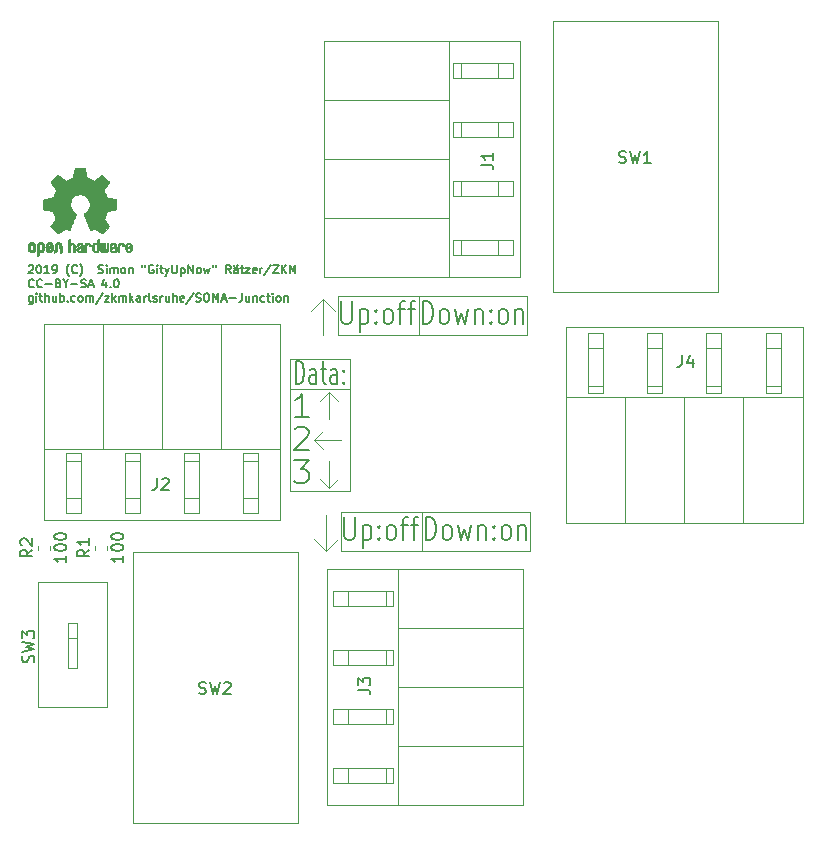
<source format=gbr>
G04 #@! TF.GenerationSoftware,KiCad,Pcbnew,5.1.2*
G04 #@! TF.CreationDate,2019-08-02T13:22:20+02:00*
G04 #@! TF.ProjectId,junction,6a756e63-7469-46f6-9e2e-6b696361645f,rev?*
G04 #@! TF.SameCoordinates,Original*
G04 #@! TF.FileFunction,Legend,Top*
G04 #@! TF.FilePolarity,Positive*
%FSLAX46Y46*%
G04 Gerber Fmt 4.6, Leading zero omitted, Abs format (unit mm)*
G04 Created by KiCad (PCBNEW 5.1.2) date 2019-08-02 13:22:20*
%MOMM*%
%LPD*%
G04 APERTURE LIST*
%ADD10C,0.150000*%
%ADD11C,0.120000*%
%ADD12C,0.010000*%
G04 APERTURE END LIST*
D10*
X1500833Y-21597333D02*
X1534166Y-21564000D01*
X1600833Y-21530666D01*
X1767500Y-21530666D01*
X1834166Y-21564000D01*
X1867500Y-21597333D01*
X1900833Y-21664000D01*
X1900833Y-21730666D01*
X1867500Y-21830666D01*
X1467500Y-22230666D01*
X1900833Y-22230666D01*
X2334166Y-21530666D02*
X2400833Y-21530666D01*
X2467500Y-21564000D01*
X2500833Y-21597333D01*
X2534166Y-21664000D01*
X2567500Y-21797333D01*
X2567500Y-21964000D01*
X2534166Y-22097333D01*
X2500833Y-22164000D01*
X2467500Y-22197333D01*
X2400833Y-22230666D01*
X2334166Y-22230666D01*
X2267500Y-22197333D01*
X2234166Y-22164000D01*
X2200833Y-22097333D01*
X2167500Y-21964000D01*
X2167500Y-21797333D01*
X2200833Y-21664000D01*
X2234166Y-21597333D01*
X2267500Y-21564000D01*
X2334166Y-21530666D01*
X3234166Y-22230666D02*
X2834166Y-22230666D01*
X3034166Y-22230666D02*
X3034166Y-21530666D01*
X2967500Y-21630666D01*
X2900833Y-21697333D01*
X2834166Y-21730666D01*
X3567500Y-22230666D02*
X3700833Y-22230666D01*
X3767500Y-22197333D01*
X3800833Y-22164000D01*
X3867500Y-22064000D01*
X3900833Y-21930666D01*
X3900833Y-21664000D01*
X3867500Y-21597333D01*
X3834166Y-21564000D01*
X3767500Y-21530666D01*
X3634166Y-21530666D01*
X3567500Y-21564000D01*
X3534166Y-21597333D01*
X3500833Y-21664000D01*
X3500833Y-21830666D01*
X3534166Y-21897333D01*
X3567500Y-21930666D01*
X3634166Y-21964000D01*
X3767500Y-21964000D01*
X3834166Y-21930666D01*
X3867500Y-21897333D01*
X3900833Y-21830666D01*
X4934166Y-22497333D02*
X4900833Y-22464000D01*
X4834166Y-22364000D01*
X4800833Y-22297333D01*
X4767500Y-22197333D01*
X4734166Y-22030666D01*
X4734166Y-21897333D01*
X4767500Y-21730666D01*
X4800833Y-21630666D01*
X4834166Y-21564000D01*
X4900833Y-21464000D01*
X4934166Y-21430666D01*
X5600833Y-22164000D02*
X5567500Y-22197333D01*
X5467500Y-22230666D01*
X5400833Y-22230666D01*
X5300833Y-22197333D01*
X5234166Y-22130666D01*
X5200833Y-22064000D01*
X5167500Y-21930666D01*
X5167500Y-21830666D01*
X5200833Y-21697333D01*
X5234166Y-21630666D01*
X5300833Y-21564000D01*
X5400833Y-21530666D01*
X5467500Y-21530666D01*
X5567500Y-21564000D01*
X5600833Y-21597333D01*
X5834166Y-22497333D02*
X5867499Y-22464000D01*
X5934166Y-22364000D01*
X5967499Y-22297333D01*
X6000833Y-22197333D01*
X6034166Y-22030666D01*
X6034166Y-21897333D01*
X6000833Y-21730666D01*
X5967499Y-21630666D01*
X5934166Y-21564000D01*
X5867499Y-21464000D01*
X5834166Y-21430666D01*
X7400833Y-22197333D02*
X7500833Y-22230666D01*
X7667499Y-22230666D01*
X7734166Y-22197333D01*
X7767499Y-22164000D01*
X7800833Y-22097333D01*
X7800833Y-22030666D01*
X7767499Y-21964000D01*
X7734166Y-21930666D01*
X7667499Y-21897333D01*
X7534166Y-21864000D01*
X7467499Y-21830666D01*
X7434166Y-21797333D01*
X7400833Y-21730666D01*
X7400833Y-21664000D01*
X7434166Y-21597333D01*
X7467499Y-21564000D01*
X7534166Y-21530666D01*
X7700833Y-21530666D01*
X7800833Y-21564000D01*
X8100833Y-22230666D02*
X8100833Y-21764000D01*
X8100833Y-21530666D02*
X8067499Y-21564000D01*
X8100833Y-21597333D01*
X8134166Y-21564000D01*
X8100833Y-21530666D01*
X8100833Y-21597333D01*
X8434166Y-22230666D02*
X8434166Y-21764000D01*
X8434166Y-21830666D02*
X8467500Y-21797333D01*
X8534166Y-21764000D01*
X8634166Y-21764000D01*
X8700833Y-21797333D01*
X8734166Y-21864000D01*
X8734166Y-22230666D01*
X8734166Y-21864000D02*
X8767500Y-21797333D01*
X8834166Y-21764000D01*
X8934166Y-21764000D01*
X9000833Y-21797333D01*
X9034166Y-21864000D01*
X9034166Y-22230666D01*
X9467500Y-22230666D02*
X9400833Y-22197333D01*
X9367500Y-22164000D01*
X9334166Y-22097333D01*
X9334166Y-21897333D01*
X9367500Y-21830666D01*
X9400833Y-21797333D01*
X9467500Y-21764000D01*
X9567500Y-21764000D01*
X9634166Y-21797333D01*
X9667500Y-21830666D01*
X9700833Y-21897333D01*
X9700833Y-22097333D01*
X9667500Y-22164000D01*
X9634166Y-22197333D01*
X9567500Y-22230666D01*
X9467500Y-22230666D01*
X10000833Y-21764000D02*
X10000833Y-22230666D01*
X10000833Y-21830666D02*
X10034166Y-21797333D01*
X10100833Y-21764000D01*
X10200833Y-21764000D01*
X10267500Y-21797333D01*
X10300833Y-21864000D01*
X10300833Y-22230666D01*
X11134166Y-21530666D02*
X11134166Y-21664000D01*
X11400833Y-21530666D02*
X11400833Y-21664000D01*
X12067500Y-21564000D02*
X12000833Y-21530666D01*
X11900833Y-21530666D01*
X11800833Y-21564000D01*
X11734166Y-21630666D01*
X11700833Y-21697333D01*
X11667500Y-21830666D01*
X11667500Y-21930666D01*
X11700833Y-22064000D01*
X11734166Y-22130666D01*
X11800833Y-22197333D01*
X11900833Y-22230666D01*
X11967500Y-22230666D01*
X12067500Y-22197333D01*
X12100833Y-22164000D01*
X12100833Y-21930666D01*
X11967500Y-21930666D01*
X12400833Y-22230666D02*
X12400833Y-21764000D01*
X12400833Y-21530666D02*
X12367500Y-21564000D01*
X12400833Y-21597333D01*
X12434166Y-21564000D01*
X12400833Y-21530666D01*
X12400833Y-21597333D01*
X12634166Y-21764000D02*
X12900833Y-21764000D01*
X12734166Y-21530666D02*
X12734166Y-22130666D01*
X12767500Y-22197333D01*
X12834166Y-22230666D01*
X12900833Y-22230666D01*
X13067500Y-21764000D02*
X13234166Y-22230666D01*
X13400833Y-21764000D02*
X13234166Y-22230666D01*
X13167500Y-22397333D01*
X13134166Y-22430666D01*
X13067500Y-22464000D01*
X13667500Y-21530666D02*
X13667500Y-22097333D01*
X13700833Y-22164000D01*
X13734166Y-22197333D01*
X13800833Y-22230666D01*
X13934166Y-22230666D01*
X14000833Y-22197333D01*
X14034166Y-22164000D01*
X14067500Y-22097333D01*
X14067500Y-21530666D01*
X14400833Y-21764000D02*
X14400833Y-22464000D01*
X14400833Y-21797333D02*
X14467500Y-21764000D01*
X14600833Y-21764000D01*
X14667500Y-21797333D01*
X14700833Y-21830666D01*
X14734166Y-21897333D01*
X14734166Y-22097333D01*
X14700833Y-22164000D01*
X14667500Y-22197333D01*
X14600833Y-22230666D01*
X14467500Y-22230666D01*
X14400833Y-22197333D01*
X15034166Y-22230666D02*
X15034166Y-21530666D01*
X15434166Y-22230666D01*
X15434166Y-21530666D01*
X15867500Y-22230666D02*
X15800833Y-22197333D01*
X15767500Y-22164000D01*
X15734166Y-22097333D01*
X15734166Y-21897333D01*
X15767500Y-21830666D01*
X15800833Y-21797333D01*
X15867500Y-21764000D01*
X15967500Y-21764000D01*
X16034166Y-21797333D01*
X16067500Y-21830666D01*
X16100833Y-21897333D01*
X16100833Y-22097333D01*
X16067500Y-22164000D01*
X16034166Y-22197333D01*
X15967500Y-22230666D01*
X15867500Y-22230666D01*
X16334166Y-21764000D02*
X16467500Y-22230666D01*
X16600833Y-21897333D01*
X16734166Y-22230666D01*
X16867500Y-21764000D01*
X17100833Y-21530666D02*
X17100833Y-21664000D01*
X17367500Y-21530666D02*
X17367500Y-21664000D01*
X18600833Y-22230666D02*
X18367500Y-21897333D01*
X18200833Y-22230666D02*
X18200833Y-21530666D01*
X18467500Y-21530666D01*
X18534166Y-21564000D01*
X18567500Y-21597333D01*
X18600833Y-21664000D01*
X18600833Y-21764000D01*
X18567500Y-21830666D01*
X18534166Y-21864000D01*
X18467500Y-21897333D01*
X18200833Y-21897333D01*
X19200833Y-22230666D02*
X19200833Y-21864000D01*
X19167500Y-21797333D01*
X19100833Y-21764000D01*
X18967500Y-21764000D01*
X18900833Y-21797333D01*
X19200833Y-22197333D02*
X19134166Y-22230666D01*
X18967500Y-22230666D01*
X18900833Y-22197333D01*
X18867500Y-22130666D01*
X18867500Y-22064000D01*
X18900833Y-21997333D01*
X18967500Y-21964000D01*
X19134166Y-21964000D01*
X19200833Y-21930666D01*
X18900833Y-21530666D02*
X18934166Y-21564000D01*
X18900833Y-21597333D01*
X18867500Y-21564000D01*
X18900833Y-21530666D01*
X18900833Y-21597333D01*
X19167500Y-21530666D02*
X19200833Y-21564000D01*
X19167500Y-21597333D01*
X19134166Y-21564000D01*
X19167500Y-21530666D01*
X19167500Y-21597333D01*
X19434166Y-21764000D02*
X19700833Y-21764000D01*
X19534166Y-21530666D02*
X19534166Y-22130666D01*
X19567500Y-22197333D01*
X19634166Y-22230666D01*
X19700833Y-22230666D01*
X19867500Y-21764000D02*
X20234166Y-21764000D01*
X19867500Y-22230666D01*
X20234166Y-22230666D01*
X20767500Y-22197333D02*
X20700833Y-22230666D01*
X20567500Y-22230666D01*
X20500833Y-22197333D01*
X20467500Y-22130666D01*
X20467500Y-21864000D01*
X20500833Y-21797333D01*
X20567500Y-21764000D01*
X20700833Y-21764000D01*
X20767500Y-21797333D01*
X20800833Y-21864000D01*
X20800833Y-21930666D01*
X20467500Y-21997333D01*
X21100833Y-22230666D02*
X21100833Y-21764000D01*
X21100833Y-21897333D02*
X21134166Y-21830666D01*
X21167500Y-21797333D01*
X21234166Y-21764000D01*
X21300833Y-21764000D01*
X22034166Y-21497333D02*
X21434166Y-22397333D01*
X22200833Y-21530666D02*
X22667500Y-21530666D01*
X22200833Y-22230666D01*
X22667500Y-22230666D01*
X22934166Y-22230666D02*
X22934166Y-21530666D01*
X23334166Y-22230666D02*
X23034166Y-21830666D01*
X23334166Y-21530666D02*
X22934166Y-21930666D01*
X23634166Y-22230666D02*
X23634166Y-21530666D01*
X23867500Y-22030666D01*
X24100833Y-21530666D01*
X24100833Y-22230666D01*
X1934166Y-23364000D02*
X1900833Y-23397333D01*
X1800833Y-23430666D01*
X1734166Y-23430666D01*
X1634166Y-23397333D01*
X1567500Y-23330666D01*
X1534166Y-23264000D01*
X1500833Y-23130666D01*
X1500833Y-23030666D01*
X1534166Y-22897333D01*
X1567500Y-22830666D01*
X1634166Y-22764000D01*
X1734166Y-22730666D01*
X1800833Y-22730666D01*
X1900833Y-22764000D01*
X1934166Y-22797333D01*
X2634166Y-23364000D02*
X2600833Y-23397333D01*
X2500833Y-23430666D01*
X2434166Y-23430666D01*
X2334166Y-23397333D01*
X2267500Y-23330666D01*
X2234166Y-23264000D01*
X2200833Y-23130666D01*
X2200833Y-23030666D01*
X2234166Y-22897333D01*
X2267500Y-22830666D01*
X2334166Y-22764000D01*
X2434166Y-22730666D01*
X2500833Y-22730666D01*
X2600833Y-22764000D01*
X2634166Y-22797333D01*
X2934166Y-23164000D02*
X3467500Y-23164000D01*
X4034166Y-23064000D02*
X4134166Y-23097333D01*
X4167500Y-23130666D01*
X4200833Y-23197333D01*
X4200833Y-23297333D01*
X4167500Y-23364000D01*
X4134166Y-23397333D01*
X4067500Y-23430666D01*
X3800833Y-23430666D01*
X3800833Y-22730666D01*
X4034166Y-22730666D01*
X4100833Y-22764000D01*
X4134166Y-22797333D01*
X4167500Y-22864000D01*
X4167500Y-22930666D01*
X4134166Y-22997333D01*
X4100833Y-23030666D01*
X4034166Y-23064000D01*
X3800833Y-23064000D01*
X4634166Y-23097333D02*
X4634166Y-23430666D01*
X4400833Y-22730666D02*
X4634166Y-23097333D01*
X4867500Y-22730666D01*
X5100833Y-23164000D02*
X5634166Y-23164000D01*
X5934166Y-23397333D02*
X6034166Y-23430666D01*
X6200833Y-23430666D01*
X6267500Y-23397333D01*
X6300833Y-23364000D01*
X6334166Y-23297333D01*
X6334166Y-23230666D01*
X6300833Y-23164000D01*
X6267500Y-23130666D01*
X6200833Y-23097333D01*
X6067500Y-23064000D01*
X6000833Y-23030666D01*
X5967500Y-22997333D01*
X5934166Y-22930666D01*
X5934166Y-22864000D01*
X5967500Y-22797333D01*
X6000833Y-22764000D01*
X6067500Y-22730666D01*
X6234166Y-22730666D01*
X6334166Y-22764000D01*
X6600833Y-23230666D02*
X6934166Y-23230666D01*
X6534166Y-23430666D02*
X6767500Y-22730666D01*
X7000833Y-23430666D01*
X8067500Y-22964000D02*
X8067500Y-23430666D01*
X7900833Y-22697333D02*
X7734166Y-23197333D01*
X8167500Y-23197333D01*
X8434166Y-23364000D02*
X8467500Y-23397333D01*
X8434166Y-23430666D01*
X8400833Y-23397333D01*
X8434166Y-23364000D01*
X8434166Y-23430666D01*
X8900833Y-22730666D02*
X8967500Y-22730666D01*
X9034166Y-22764000D01*
X9067500Y-22797333D01*
X9100833Y-22864000D01*
X9134166Y-22997333D01*
X9134166Y-23164000D01*
X9100833Y-23297333D01*
X9067500Y-23364000D01*
X9034166Y-23397333D01*
X8967500Y-23430666D01*
X8900833Y-23430666D01*
X8834166Y-23397333D01*
X8800833Y-23364000D01*
X8767500Y-23297333D01*
X8734166Y-23164000D01*
X8734166Y-22997333D01*
X8767500Y-22864000D01*
X8800833Y-22797333D01*
X8834166Y-22764000D01*
X8900833Y-22730666D01*
X1834166Y-24164000D02*
X1834166Y-24730666D01*
X1800833Y-24797333D01*
X1767500Y-24830666D01*
X1700833Y-24864000D01*
X1600833Y-24864000D01*
X1534166Y-24830666D01*
X1834166Y-24597333D02*
X1767500Y-24630666D01*
X1634166Y-24630666D01*
X1567500Y-24597333D01*
X1534166Y-24564000D01*
X1500833Y-24497333D01*
X1500833Y-24297333D01*
X1534166Y-24230666D01*
X1567500Y-24197333D01*
X1634166Y-24164000D01*
X1767500Y-24164000D01*
X1834166Y-24197333D01*
X2167500Y-24630666D02*
X2167500Y-24164000D01*
X2167500Y-23930666D02*
X2134166Y-23964000D01*
X2167500Y-23997333D01*
X2200833Y-23964000D01*
X2167500Y-23930666D01*
X2167500Y-23997333D01*
X2400833Y-24164000D02*
X2667500Y-24164000D01*
X2500833Y-23930666D02*
X2500833Y-24530666D01*
X2534166Y-24597333D01*
X2600833Y-24630666D01*
X2667500Y-24630666D01*
X2900833Y-24630666D02*
X2900833Y-23930666D01*
X3200833Y-24630666D02*
X3200833Y-24264000D01*
X3167500Y-24197333D01*
X3100833Y-24164000D01*
X3000833Y-24164000D01*
X2934166Y-24197333D01*
X2900833Y-24230666D01*
X3834166Y-24164000D02*
X3834166Y-24630666D01*
X3534166Y-24164000D02*
X3534166Y-24530666D01*
X3567500Y-24597333D01*
X3634166Y-24630666D01*
X3734166Y-24630666D01*
X3800833Y-24597333D01*
X3834166Y-24564000D01*
X4167499Y-24630666D02*
X4167499Y-23930666D01*
X4167499Y-24197333D02*
X4234166Y-24164000D01*
X4367500Y-24164000D01*
X4434166Y-24197333D01*
X4467500Y-24230666D01*
X4500833Y-24297333D01*
X4500833Y-24497333D01*
X4467500Y-24564000D01*
X4434166Y-24597333D01*
X4367500Y-24630666D01*
X4234166Y-24630666D01*
X4167499Y-24597333D01*
X4800833Y-24564000D02*
X4834166Y-24597333D01*
X4800833Y-24630666D01*
X4767500Y-24597333D01*
X4800833Y-24564000D01*
X4800833Y-24630666D01*
X5434166Y-24597333D02*
X5367500Y-24630666D01*
X5234166Y-24630666D01*
X5167500Y-24597333D01*
X5134166Y-24564000D01*
X5100833Y-24497333D01*
X5100833Y-24297333D01*
X5134166Y-24230666D01*
X5167500Y-24197333D01*
X5234166Y-24164000D01*
X5367500Y-24164000D01*
X5434166Y-24197333D01*
X5834166Y-24630666D02*
X5767500Y-24597333D01*
X5734166Y-24564000D01*
X5700833Y-24497333D01*
X5700833Y-24297333D01*
X5734166Y-24230666D01*
X5767500Y-24197333D01*
X5834166Y-24164000D01*
X5934166Y-24164000D01*
X6000833Y-24197333D01*
X6034166Y-24230666D01*
X6067500Y-24297333D01*
X6067500Y-24497333D01*
X6034166Y-24564000D01*
X6000833Y-24597333D01*
X5934166Y-24630666D01*
X5834166Y-24630666D01*
X6367500Y-24630666D02*
X6367500Y-24164000D01*
X6367500Y-24230666D02*
X6400833Y-24197333D01*
X6467500Y-24164000D01*
X6567500Y-24164000D01*
X6634166Y-24197333D01*
X6667500Y-24264000D01*
X6667500Y-24630666D01*
X6667500Y-24264000D02*
X6700833Y-24197333D01*
X6767500Y-24164000D01*
X6867500Y-24164000D01*
X6934166Y-24197333D01*
X6967500Y-24264000D01*
X6967500Y-24630666D01*
X7800833Y-23897333D02*
X7200833Y-24797333D01*
X7967499Y-24164000D02*
X8334166Y-24164000D01*
X7967499Y-24630666D01*
X8334166Y-24630666D01*
X8600833Y-24630666D02*
X8600833Y-23930666D01*
X8667500Y-24364000D02*
X8867500Y-24630666D01*
X8867500Y-24164000D02*
X8600833Y-24430666D01*
X9167500Y-24630666D02*
X9167500Y-24164000D01*
X9167500Y-24230666D02*
X9200833Y-24197333D01*
X9267500Y-24164000D01*
X9367500Y-24164000D01*
X9434166Y-24197333D01*
X9467500Y-24264000D01*
X9467500Y-24630666D01*
X9467500Y-24264000D02*
X9500833Y-24197333D01*
X9567500Y-24164000D01*
X9667500Y-24164000D01*
X9734166Y-24197333D01*
X9767500Y-24264000D01*
X9767500Y-24630666D01*
X10100833Y-24630666D02*
X10100833Y-23930666D01*
X10167500Y-24364000D02*
X10367500Y-24630666D01*
X10367500Y-24164000D02*
X10100833Y-24430666D01*
X10967499Y-24630666D02*
X10967499Y-24264000D01*
X10934166Y-24197333D01*
X10867499Y-24164000D01*
X10734166Y-24164000D01*
X10667499Y-24197333D01*
X10967499Y-24597333D02*
X10900833Y-24630666D01*
X10734166Y-24630666D01*
X10667499Y-24597333D01*
X10634166Y-24530666D01*
X10634166Y-24464000D01*
X10667499Y-24397333D01*
X10734166Y-24364000D01*
X10900833Y-24364000D01*
X10967499Y-24330666D01*
X11300833Y-24630666D02*
X11300833Y-24164000D01*
X11300833Y-24297333D02*
X11334166Y-24230666D01*
X11367500Y-24197333D01*
X11434166Y-24164000D01*
X11500833Y-24164000D01*
X11834166Y-24630666D02*
X11767500Y-24597333D01*
X11734166Y-24530666D01*
X11734166Y-23930666D01*
X12067500Y-24597333D02*
X12134166Y-24630666D01*
X12267500Y-24630666D01*
X12334166Y-24597333D01*
X12367500Y-24530666D01*
X12367500Y-24497333D01*
X12334166Y-24430666D01*
X12267500Y-24397333D01*
X12167500Y-24397333D01*
X12100833Y-24364000D01*
X12067500Y-24297333D01*
X12067500Y-24264000D01*
X12100833Y-24197333D01*
X12167500Y-24164000D01*
X12267500Y-24164000D01*
X12334166Y-24197333D01*
X12667499Y-24630666D02*
X12667499Y-24164000D01*
X12667499Y-24297333D02*
X12700833Y-24230666D01*
X12734166Y-24197333D01*
X12800833Y-24164000D01*
X12867499Y-24164000D01*
X13400833Y-24164000D02*
X13400833Y-24630666D01*
X13100833Y-24164000D02*
X13100833Y-24530666D01*
X13134166Y-24597333D01*
X13200833Y-24630666D01*
X13300833Y-24630666D01*
X13367500Y-24597333D01*
X13400833Y-24564000D01*
X13734166Y-24630666D02*
X13734166Y-23930666D01*
X14034166Y-24630666D02*
X14034166Y-24264000D01*
X14000833Y-24197333D01*
X13934166Y-24164000D01*
X13834166Y-24164000D01*
X13767500Y-24197333D01*
X13734166Y-24230666D01*
X14634166Y-24597333D02*
X14567500Y-24630666D01*
X14434166Y-24630666D01*
X14367500Y-24597333D01*
X14334166Y-24530666D01*
X14334166Y-24264000D01*
X14367500Y-24197333D01*
X14434166Y-24164000D01*
X14567500Y-24164000D01*
X14634166Y-24197333D01*
X14667500Y-24264000D01*
X14667500Y-24330666D01*
X14334166Y-24397333D01*
X15467500Y-23897333D02*
X14867500Y-24797333D01*
X15667500Y-24597333D02*
X15767500Y-24630666D01*
X15934166Y-24630666D01*
X16000833Y-24597333D01*
X16034166Y-24564000D01*
X16067500Y-24497333D01*
X16067500Y-24430666D01*
X16034166Y-24364000D01*
X16000833Y-24330666D01*
X15934166Y-24297333D01*
X15800833Y-24264000D01*
X15734166Y-24230666D01*
X15700833Y-24197333D01*
X15667500Y-24130666D01*
X15667500Y-24064000D01*
X15700833Y-23997333D01*
X15734166Y-23964000D01*
X15800833Y-23930666D01*
X15967500Y-23930666D01*
X16067500Y-23964000D01*
X16500833Y-23930666D02*
X16634166Y-23930666D01*
X16700833Y-23964000D01*
X16767500Y-24030666D01*
X16800833Y-24164000D01*
X16800833Y-24397333D01*
X16767500Y-24530666D01*
X16700833Y-24597333D01*
X16634166Y-24630666D01*
X16500833Y-24630666D01*
X16434166Y-24597333D01*
X16367500Y-24530666D01*
X16334166Y-24397333D01*
X16334166Y-24164000D01*
X16367500Y-24030666D01*
X16434166Y-23964000D01*
X16500833Y-23930666D01*
X17100833Y-24630666D02*
X17100833Y-23930666D01*
X17334166Y-24430666D01*
X17567500Y-23930666D01*
X17567500Y-24630666D01*
X17867500Y-24430666D02*
X18200833Y-24430666D01*
X17800833Y-24630666D02*
X18034166Y-23930666D01*
X18267500Y-24630666D01*
X18500833Y-24364000D02*
X19034166Y-24364000D01*
X19567500Y-23930666D02*
X19567500Y-24430666D01*
X19534166Y-24530666D01*
X19467500Y-24597333D01*
X19367500Y-24630666D01*
X19300833Y-24630666D01*
X20200833Y-24164000D02*
X20200833Y-24630666D01*
X19900833Y-24164000D02*
X19900833Y-24530666D01*
X19934166Y-24597333D01*
X20000833Y-24630666D01*
X20100833Y-24630666D01*
X20167500Y-24597333D01*
X20200833Y-24564000D01*
X20534166Y-24164000D02*
X20534166Y-24630666D01*
X20534166Y-24230666D02*
X20567500Y-24197333D01*
X20634166Y-24164000D01*
X20734166Y-24164000D01*
X20800833Y-24197333D01*
X20834166Y-24264000D01*
X20834166Y-24630666D01*
X21467500Y-24597333D02*
X21400833Y-24630666D01*
X21267500Y-24630666D01*
X21200833Y-24597333D01*
X21167500Y-24564000D01*
X21134166Y-24497333D01*
X21134166Y-24297333D01*
X21167500Y-24230666D01*
X21200833Y-24197333D01*
X21267500Y-24164000D01*
X21400833Y-24164000D01*
X21467500Y-24197333D01*
X21667500Y-24164000D02*
X21934166Y-24164000D01*
X21767500Y-23930666D02*
X21767500Y-24530666D01*
X21800833Y-24597333D01*
X21867500Y-24630666D01*
X21934166Y-24630666D01*
X22167500Y-24630666D02*
X22167500Y-24164000D01*
X22167500Y-23930666D02*
X22134166Y-23964000D01*
X22167500Y-23997333D01*
X22200833Y-23964000D01*
X22167500Y-23930666D01*
X22167500Y-23997333D01*
X22600833Y-24630666D02*
X22534166Y-24597333D01*
X22500833Y-24564000D01*
X22467499Y-24497333D01*
X22467499Y-24297333D01*
X22500833Y-24230666D01*
X22534166Y-24197333D01*
X22600833Y-24164000D01*
X22700833Y-24164000D01*
X22767499Y-24197333D01*
X22800833Y-24230666D01*
X22834166Y-24297333D01*
X22834166Y-24497333D01*
X22800833Y-24564000D01*
X22767499Y-24597333D01*
X22700833Y-24630666D01*
X22600833Y-24630666D01*
X23134166Y-24164000D02*
X23134166Y-24630666D01*
X23134166Y-24230666D02*
X23167499Y-24197333D01*
X23234166Y-24164000D01*
X23334166Y-24164000D01*
X23400833Y-24197333D01*
X23434166Y-24264000D01*
X23434166Y-24630666D01*
D11*
X23622000Y-32004000D02*
X28702000Y-32004000D01*
X23622000Y-40640000D02*
X23622000Y-29464000D01*
X28702000Y-40640000D02*
X23622000Y-40640000D01*
X28702000Y-29464000D02*
X28702000Y-40640000D01*
X23622000Y-29464000D02*
X28702000Y-29464000D01*
D10*
X24133428Y-31638761D02*
X24133428Y-29638761D01*
X24419142Y-29638761D01*
X24590571Y-29734000D01*
X24704857Y-29924476D01*
X24761999Y-30114952D01*
X24819142Y-30495904D01*
X24819142Y-30781619D01*
X24761999Y-31162571D01*
X24704857Y-31353047D01*
X24590571Y-31543523D01*
X24419142Y-31638761D01*
X24133428Y-31638761D01*
X25847714Y-31638761D02*
X25847714Y-30591142D01*
X25790571Y-30400666D01*
X25676285Y-30305428D01*
X25447714Y-30305428D01*
X25333428Y-30400666D01*
X25847714Y-31543523D02*
X25733428Y-31638761D01*
X25447714Y-31638761D01*
X25333428Y-31543523D01*
X25276285Y-31353047D01*
X25276285Y-31162571D01*
X25333428Y-30972095D01*
X25447714Y-30876857D01*
X25733428Y-30876857D01*
X25847714Y-30781619D01*
X26247714Y-30305428D02*
X26704857Y-30305428D01*
X26419142Y-29638761D02*
X26419142Y-31353047D01*
X26476285Y-31543523D01*
X26590571Y-31638761D01*
X26704857Y-31638761D01*
X27619142Y-31638761D02*
X27619142Y-30591142D01*
X27561999Y-30400666D01*
X27447714Y-30305428D01*
X27219142Y-30305428D01*
X27104857Y-30400666D01*
X27619142Y-31543523D02*
X27504857Y-31638761D01*
X27219142Y-31638761D01*
X27104857Y-31543523D01*
X27047714Y-31353047D01*
X27047714Y-31162571D01*
X27104857Y-30972095D01*
X27219142Y-30876857D01*
X27504857Y-30876857D01*
X27619142Y-30781619D01*
X28190571Y-31448285D02*
X28247714Y-31543523D01*
X28190571Y-31638761D01*
X28133428Y-31543523D01*
X28190571Y-31448285D01*
X28190571Y-31638761D01*
X28190571Y-30400666D02*
X28247714Y-30495904D01*
X28190571Y-30591142D01*
X28133428Y-30495904D01*
X28190571Y-30400666D01*
X28190571Y-30591142D01*
D11*
X27686000Y-27432000D02*
X27686000Y-24130000D01*
D10*
X34866000Y-26558761D02*
X34866000Y-24558761D01*
X35223142Y-24558761D01*
X35437428Y-24654000D01*
X35580285Y-24844476D01*
X35651714Y-25034952D01*
X35723142Y-25415904D01*
X35723142Y-25701619D01*
X35651714Y-26082571D01*
X35580285Y-26273047D01*
X35437428Y-26463523D01*
X35223142Y-26558761D01*
X34866000Y-26558761D01*
X36580285Y-26558761D02*
X36437428Y-26463523D01*
X36366000Y-26368285D01*
X36294571Y-26177809D01*
X36294571Y-25606380D01*
X36366000Y-25415904D01*
X36437428Y-25320666D01*
X36580285Y-25225428D01*
X36794571Y-25225428D01*
X36937428Y-25320666D01*
X37008857Y-25415904D01*
X37080285Y-25606380D01*
X37080285Y-26177809D01*
X37008857Y-26368285D01*
X36937428Y-26463523D01*
X36794571Y-26558761D01*
X36580285Y-26558761D01*
X37580285Y-25225428D02*
X37866000Y-26558761D01*
X38151714Y-25606380D01*
X38437428Y-26558761D01*
X38723142Y-25225428D01*
X39294571Y-25225428D02*
X39294571Y-26558761D01*
X39294571Y-25415904D02*
X39366000Y-25320666D01*
X39508857Y-25225428D01*
X39723142Y-25225428D01*
X39866000Y-25320666D01*
X39937428Y-25511142D01*
X39937428Y-26558761D01*
X40651714Y-26368285D02*
X40723142Y-26463523D01*
X40651714Y-26558761D01*
X40580285Y-26463523D01*
X40651714Y-26368285D01*
X40651714Y-26558761D01*
X40651714Y-25320666D02*
X40723142Y-25415904D01*
X40651714Y-25511142D01*
X40580285Y-25415904D01*
X40651714Y-25320666D01*
X40651714Y-25511142D01*
X41580285Y-26558761D02*
X41437428Y-26463523D01*
X41366000Y-26368285D01*
X41294571Y-26177809D01*
X41294571Y-25606380D01*
X41366000Y-25415904D01*
X41437428Y-25320666D01*
X41580285Y-25225428D01*
X41794571Y-25225428D01*
X41937428Y-25320666D01*
X42008857Y-25415904D01*
X42080285Y-25606380D01*
X42080285Y-26177809D01*
X42008857Y-26368285D01*
X41937428Y-26463523D01*
X41794571Y-26558761D01*
X41580285Y-26558761D01*
X42723142Y-25225428D02*
X42723142Y-26558761D01*
X42723142Y-25415904D02*
X42794571Y-25320666D01*
X42937428Y-25225428D01*
X43151714Y-25225428D01*
X43294571Y-25320666D01*
X43366000Y-25511142D01*
X43366000Y-26558761D01*
D11*
X26416000Y-27432000D02*
X26416000Y-24384000D01*
X25400000Y-25400000D02*
X26416000Y-24384000D01*
X27432000Y-25400000D02*
X26416000Y-24384000D01*
X27686000Y-24130000D02*
X43688000Y-24130000D01*
X34544000Y-24130000D02*
X34544000Y-27432000D01*
X43688000Y-27432000D02*
X27686000Y-27432000D01*
D10*
X27988000Y-24558761D02*
X27988000Y-26177809D01*
X28059428Y-26368285D01*
X28130857Y-26463523D01*
X28273714Y-26558761D01*
X28559428Y-26558761D01*
X28702285Y-26463523D01*
X28773714Y-26368285D01*
X28845142Y-26177809D01*
X28845142Y-24558761D01*
X29559428Y-25225428D02*
X29559428Y-27225428D01*
X29559428Y-25320666D02*
X29702285Y-25225428D01*
X29988000Y-25225428D01*
X30130857Y-25320666D01*
X30202285Y-25415904D01*
X30273714Y-25606380D01*
X30273714Y-26177809D01*
X30202285Y-26368285D01*
X30130857Y-26463523D01*
X29988000Y-26558761D01*
X29702285Y-26558761D01*
X29559428Y-26463523D01*
X30916571Y-26368285D02*
X30988000Y-26463523D01*
X30916571Y-26558761D01*
X30845142Y-26463523D01*
X30916571Y-26368285D01*
X30916571Y-26558761D01*
X30916571Y-25320666D02*
X30988000Y-25415904D01*
X30916571Y-25511142D01*
X30845142Y-25415904D01*
X30916571Y-25320666D01*
X30916571Y-25511142D01*
X31845142Y-26558761D02*
X31702285Y-26463523D01*
X31630857Y-26368285D01*
X31559428Y-26177809D01*
X31559428Y-25606380D01*
X31630857Y-25415904D01*
X31702285Y-25320666D01*
X31845142Y-25225428D01*
X32059428Y-25225428D01*
X32202285Y-25320666D01*
X32273714Y-25415904D01*
X32345142Y-25606380D01*
X32345142Y-26177809D01*
X32273714Y-26368285D01*
X32202285Y-26463523D01*
X32059428Y-26558761D01*
X31845142Y-26558761D01*
X32773714Y-25225428D02*
X33345142Y-25225428D01*
X32988000Y-26558761D02*
X32988000Y-24844476D01*
X33059428Y-24654000D01*
X33202285Y-24558761D01*
X33345142Y-24558761D01*
X33630857Y-25225428D02*
X34202285Y-25225428D01*
X33845142Y-26558761D02*
X33845142Y-24844476D01*
X33916571Y-24654000D01*
X34059428Y-24558761D01*
X34202285Y-24558761D01*
D11*
X43688000Y-24130000D02*
X43688000Y-27432000D01*
X34798000Y-42418000D02*
X34798000Y-45720000D01*
X27940000Y-45720000D02*
X27940000Y-42418000D01*
X43942000Y-45720000D02*
X27940000Y-45720000D01*
X43942000Y-42418000D02*
X43942000Y-45720000D01*
X27940000Y-42418000D02*
X43942000Y-42418000D01*
D10*
X35120000Y-44846761D02*
X35120000Y-42846761D01*
X35477142Y-42846761D01*
X35691428Y-42942000D01*
X35834285Y-43132476D01*
X35905714Y-43322952D01*
X35977142Y-43703904D01*
X35977142Y-43989619D01*
X35905714Y-44370571D01*
X35834285Y-44561047D01*
X35691428Y-44751523D01*
X35477142Y-44846761D01*
X35120000Y-44846761D01*
X36834285Y-44846761D02*
X36691428Y-44751523D01*
X36620000Y-44656285D01*
X36548571Y-44465809D01*
X36548571Y-43894380D01*
X36620000Y-43703904D01*
X36691428Y-43608666D01*
X36834285Y-43513428D01*
X37048571Y-43513428D01*
X37191428Y-43608666D01*
X37262857Y-43703904D01*
X37334285Y-43894380D01*
X37334285Y-44465809D01*
X37262857Y-44656285D01*
X37191428Y-44751523D01*
X37048571Y-44846761D01*
X36834285Y-44846761D01*
X37834285Y-43513428D02*
X38120000Y-44846761D01*
X38405714Y-43894380D01*
X38691428Y-44846761D01*
X38977142Y-43513428D01*
X39548571Y-43513428D02*
X39548571Y-44846761D01*
X39548571Y-43703904D02*
X39620000Y-43608666D01*
X39762857Y-43513428D01*
X39977142Y-43513428D01*
X40120000Y-43608666D01*
X40191428Y-43799142D01*
X40191428Y-44846761D01*
X40905714Y-44656285D02*
X40977142Y-44751523D01*
X40905714Y-44846761D01*
X40834285Y-44751523D01*
X40905714Y-44656285D01*
X40905714Y-44846761D01*
X40905714Y-43608666D02*
X40977142Y-43703904D01*
X40905714Y-43799142D01*
X40834285Y-43703904D01*
X40905714Y-43608666D01*
X40905714Y-43799142D01*
X41834285Y-44846761D02*
X41691428Y-44751523D01*
X41620000Y-44656285D01*
X41548571Y-44465809D01*
X41548571Y-43894380D01*
X41620000Y-43703904D01*
X41691428Y-43608666D01*
X41834285Y-43513428D01*
X42048571Y-43513428D01*
X42191428Y-43608666D01*
X42262857Y-43703904D01*
X42334285Y-43894380D01*
X42334285Y-44465809D01*
X42262857Y-44656285D01*
X42191428Y-44751523D01*
X42048571Y-44846761D01*
X41834285Y-44846761D01*
X42977142Y-43513428D02*
X42977142Y-44846761D01*
X42977142Y-43703904D02*
X43048571Y-43608666D01*
X43191428Y-43513428D01*
X43405714Y-43513428D01*
X43548571Y-43608666D01*
X43620000Y-43799142D01*
X43620000Y-44846761D01*
D11*
X26670000Y-45720000D02*
X27686000Y-44704000D01*
X26670000Y-45720000D02*
X26670000Y-42672000D01*
X26670000Y-45720000D02*
X25654000Y-44704000D01*
D10*
X28242000Y-42846761D02*
X28242000Y-44465809D01*
X28313428Y-44656285D01*
X28384857Y-44751523D01*
X28527714Y-44846761D01*
X28813428Y-44846761D01*
X28956285Y-44751523D01*
X29027714Y-44656285D01*
X29099142Y-44465809D01*
X29099142Y-42846761D01*
X29813428Y-43513428D02*
X29813428Y-45513428D01*
X29813428Y-43608666D02*
X29956285Y-43513428D01*
X30242000Y-43513428D01*
X30384857Y-43608666D01*
X30456285Y-43703904D01*
X30527714Y-43894380D01*
X30527714Y-44465809D01*
X30456285Y-44656285D01*
X30384857Y-44751523D01*
X30242000Y-44846761D01*
X29956285Y-44846761D01*
X29813428Y-44751523D01*
X31170571Y-44656285D02*
X31242000Y-44751523D01*
X31170571Y-44846761D01*
X31099142Y-44751523D01*
X31170571Y-44656285D01*
X31170571Y-44846761D01*
X31170571Y-43608666D02*
X31242000Y-43703904D01*
X31170571Y-43799142D01*
X31099142Y-43703904D01*
X31170571Y-43608666D01*
X31170571Y-43799142D01*
X32099142Y-44846761D02*
X31956285Y-44751523D01*
X31884857Y-44656285D01*
X31813428Y-44465809D01*
X31813428Y-43894380D01*
X31884857Y-43703904D01*
X31956285Y-43608666D01*
X32099142Y-43513428D01*
X32313428Y-43513428D01*
X32456285Y-43608666D01*
X32527714Y-43703904D01*
X32599142Y-43894380D01*
X32599142Y-44465809D01*
X32527714Y-44656285D01*
X32456285Y-44751523D01*
X32313428Y-44846761D01*
X32099142Y-44846761D01*
X33027714Y-43513428D02*
X33599142Y-43513428D01*
X33242000Y-44846761D02*
X33242000Y-43132476D01*
X33313428Y-42942000D01*
X33456285Y-42846761D01*
X33599142Y-42846761D01*
X33884857Y-43513428D02*
X34456285Y-43513428D01*
X34099142Y-44846761D02*
X34099142Y-43132476D01*
X34170571Y-42942000D01*
X34313428Y-42846761D01*
X34456285Y-42846761D01*
D11*
X26924000Y-40386000D02*
X26924000Y-38100000D01*
X26924000Y-40386000D02*
X27686000Y-39624000D01*
X26924000Y-40386000D02*
X26162000Y-39624000D01*
X25654000Y-36322000D02*
X26416000Y-37084000D01*
X25654000Y-36322000D02*
X27940000Y-36322000D01*
X25654000Y-36322000D02*
X26416000Y-35560000D01*
X26924000Y-32258000D02*
X26924000Y-34544000D01*
X26924000Y-32258000D02*
X26162000Y-33020000D01*
X26924000Y-32258000D02*
X27686000Y-33020000D01*
D10*
X23971333Y-38020761D02*
X25209428Y-38020761D01*
X24542761Y-38782666D01*
X24828476Y-38782666D01*
X25018952Y-38877904D01*
X25114190Y-38973142D01*
X25209428Y-39163619D01*
X25209428Y-39639809D01*
X25114190Y-39830285D01*
X25018952Y-39925523D01*
X24828476Y-40020761D01*
X24257047Y-40020761D01*
X24066571Y-39925523D01*
X23971333Y-39830285D01*
X24066571Y-35417238D02*
X24161809Y-35322000D01*
X24352285Y-35226761D01*
X24828476Y-35226761D01*
X25018952Y-35322000D01*
X25114190Y-35417238D01*
X25209428Y-35607714D01*
X25209428Y-35798190D01*
X25114190Y-36083904D01*
X23971333Y-37226761D01*
X25209428Y-37226761D01*
X25209428Y-34432761D02*
X24066571Y-34432761D01*
X24638000Y-34432761D02*
X24638000Y-32432761D01*
X24447523Y-32718476D01*
X24257047Y-32908952D01*
X24066571Y-33004190D01*
D12*
G36*
X5981878Y-13305776D02*
G01*
X6087612Y-13306355D01*
X6164132Y-13307922D01*
X6216372Y-13310972D01*
X6249263Y-13315996D01*
X6267737Y-13323489D01*
X6276727Y-13333944D01*
X6281163Y-13347853D01*
X6281594Y-13349654D01*
X6288333Y-13382145D01*
X6300808Y-13446252D01*
X6317719Y-13535151D01*
X6337771Y-13642019D01*
X6359664Y-13760033D01*
X6360429Y-13764178D01*
X6382359Y-13879831D01*
X6402877Y-13982014D01*
X6420659Y-14064598D01*
X6434381Y-14121456D01*
X6442718Y-14146458D01*
X6443116Y-14146901D01*
X6467677Y-14159110D01*
X6518315Y-14179456D01*
X6584095Y-14203545D01*
X6584461Y-14203674D01*
X6667317Y-14234818D01*
X6765000Y-14274491D01*
X6857077Y-14314381D01*
X6861434Y-14316353D01*
X7011407Y-14384420D01*
X7343498Y-14157639D01*
X7445374Y-14088504D01*
X7537657Y-14026697D01*
X7615003Y-13975733D01*
X7672064Y-13939127D01*
X7703495Y-13920394D01*
X7706479Y-13919004D01*
X7729321Y-13925190D01*
X7771982Y-13955035D01*
X7836128Y-14009947D01*
X7923421Y-14091334D01*
X8012535Y-14177922D01*
X8098441Y-14263247D01*
X8175327Y-14341108D01*
X8238564Y-14406697D01*
X8283523Y-14455205D01*
X8305576Y-14481825D01*
X8306396Y-14483195D01*
X8308834Y-14501463D01*
X8299650Y-14531295D01*
X8276574Y-14576721D01*
X8237337Y-14641770D01*
X8179670Y-14730470D01*
X8102795Y-14844657D01*
X8034570Y-14945162D01*
X7973582Y-15035303D01*
X7923356Y-15109849D01*
X7887416Y-15163565D01*
X7869287Y-15191218D01*
X7868146Y-15193095D01*
X7870359Y-15219590D01*
X7887138Y-15271086D01*
X7915142Y-15337851D01*
X7925122Y-15359172D01*
X7968672Y-15454159D01*
X8015134Y-15561937D01*
X8052877Y-15655192D01*
X8080073Y-15724406D01*
X8101675Y-15777006D01*
X8114158Y-15804497D01*
X8115709Y-15806616D01*
X8138668Y-15810124D01*
X8192786Y-15819738D01*
X8270868Y-15834089D01*
X8365719Y-15851807D01*
X8470143Y-15871525D01*
X8576944Y-15891874D01*
X8678926Y-15911486D01*
X8768894Y-15928991D01*
X8839653Y-15943022D01*
X8884006Y-15952209D01*
X8894885Y-15954807D01*
X8906122Y-15961218D01*
X8914605Y-15975697D01*
X8920714Y-16003133D01*
X8924832Y-16048411D01*
X8927341Y-16116420D01*
X8928621Y-16212047D01*
X8929054Y-16340180D01*
X8929077Y-16392701D01*
X8929077Y-16819845D01*
X8826500Y-16840091D01*
X8769431Y-16851070D01*
X8684269Y-16867095D01*
X8581372Y-16886233D01*
X8471096Y-16906551D01*
X8440615Y-16912132D01*
X8338855Y-16931917D01*
X8250205Y-16951373D01*
X8182108Y-16968697D01*
X8142004Y-16982088D01*
X8135323Y-16986079D01*
X8118919Y-17014342D01*
X8095399Y-17069109D01*
X8069316Y-17139588D01*
X8064142Y-17154769D01*
X8029956Y-17248896D01*
X7987523Y-17355101D01*
X7945997Y-17450473D01*
X7945792Y-17450916D01*
X7876640Y-17600525D01*
X8331512Y-18269617D01*
X8039500Y-18562116D01*
X7951180Y-18649170D01*
X7870625Y-18725909D01*
X7802360Y-18788237D01*
X7750908Y-18832056D01*
X7720794Y-18853270D01*
X7716474Y-18854616D01*
X7691111Y-18844016D01*
X7639358Y-18814547D01*
X7566868Y-18769705D01*
X7479294Y-18712984D01*
X7384612Y-18649462D01*
X7288516Y-18584668D01*
X7202837Y-18528287D01*
X7133016Y-18483788D01*
X7084494Y-18454639D01*
X7062782Y-18444308D01*
X7036293Y-18453050D01*
X6986062Y-18476087D01*
X6922451Y-18508631D01*
X6915708Y-18512249D01*
X6830046Y-18555210D01*
X6771306Y-18576279D01*
X6734772Y-18576503D01*
X6715731Y-18556928D01*
X6715620Y-18556654D01*
X6706102Y-18533472D01*
X6683403Y-18478441D01*
X6649282Y-18395822D01*
X6605500Y-18289872D01*
X6553816Y-18164852D01*
X6495992Y-18025020D01*
X6439991Y-17889637D01*
X6378447Y-17740234D01*
X6321939Y-17601832D01*
X6272161Y-17478673D01*
X6230806Y-17375002D01*
X6199568Y-17295059D01*
X6180141Y-17243088D01*
X6174154Y-17223692D01*
X6189168Y-17201443D01*
X6228439Y-17165982D01*
X6280807Y-17126887D01*
X6429941Y-17003245D01*
X6546511Y-16861522D01*
X6629118Y-16704704D01*
X6676366Y-16535775D01*
X6686857Y-16357722D01*
X6679231Y-16275539D01*
X6637682Y-16105031D01*
X6566123Y-15954459D01*
X6468995Y-15825309D01*
X6350734Y-15719064D01*
X6215780Y-15637210D01*
X6068571Y-15581232D01*
X5913544Y-15552615D01*
X5755139Y-15552844D01*
X5597794Y-15583405D01*
X5445946Y-15645782D01*
X5304035Y-15741460D01*
X5244803Y-15795572D01*
X5131203Y-15934520D01*
X5052106Y-16086361D01*
X5006986Y-16246667D01*
X4995316Y-16411012D01*
X5016569Y-16574971D01*
X5070220Y-16734118D01*
X5155740Y-16884025D01*
X5272605Y-17020267D01*
X5403193Y-17126887D01*
X5457588Y-17167642D01*
X5496014Y-17202718D01*
X5509846Y-17223726D01*
X5502603Y-17246635D01*
X5482005Y-17301365D01*
X5449746Y-17383672D01*
X5407521Y-17489315D01*
X5357023Y-17614050D01*
X5299948Y-17753636D01*
X5243854Y-17889670D01*
X5181967Y-18039201D01*
X5124644Y-18177767D01*
X5073644Y-18301107D01*
X5030727Y-18404964D01*
X4997653Y-18485080D01*
X4976181Y-18537195D01*
X4968225Y-18556654D01*
X4949429Y-18576423D01*
X4913074Y-18576365D01*
X4854479Y-18555441D01*
X4768968Y-18512613D01*
X4768292Y-18512249D01*
X4703907Y-18479012D01*
X4651861Y-18454802D01*
X4622512Y-18444404D01*
X4621217Y-18444308D01*
X4599124Y-18454855D01*
X4550348Y-18484184D01*
X4480331Y-18528827D01*
X4394514Y-18585314D01*
X4299388Y-18649462D01*
X4202540Y-18714411D01*
X4115253Y-18770896D01*
X4043181Y-18815421D01*
X3991977Y-18844490D01*
X3967526Y-18854616D01*
X3945010Y-18841307D01*
X3899742Y-18804112D01*
X3836244Y-18747128D01*
X3759039Y-18674449D01*
X3672651Y-18590171D01*
X3644399Y-18562016D01*
X3352287Y-18269416D01*
X3574631Y-17943104D01*
X3642202Y-17842897D01*
X3701507Y-17752963D01*
X3749217Y-17678510D01*
X3782007Y-17624751D01*
X3796548Y-17596894D01*
X3796974Y-17594912D01*
X3789308Y-17568655D01*
X3768689Y-17515837D01*
X3738685Y-17445310D01*
X3717625Y-17398093D01*
X3678248Y-17307694D01*
X3641165Y-17216366D01*
X3612415Y-17139200D01*
X3604605Y-17115692D01*
X3582417Y-17052916D01*
X3560727Y-17004411D01*
X3548813Y-16986079D01*
X3522523Y-16974859D01*
X3465142Y-16958954D01*
X3384118Y-16940167D01*
X3286895Y-16920299D01*
X3243385Y-16912132D01*
X3132896Y-16891829D01*
X3026916Y-16872170D01*
X2935801Y-16855088D01*
X2869908Y-16842518D01*
X2857500Y-16840091D01*
X2754923Y-16819845D01*
X2754923Y-16392701D01*
X2755153Y-16252246D01*
X2756099Y-16145979D01*
X2758141Y-16069013D01*
X2761662Y-16016460D01*
X2767043Y-15983433D01*
X2774666Y-15965045D01*
X2784912Y-15956408D01*
X2789115Y-15954807D01*
X2814470Y-15949127D01*
X2870484Y-15937795D01*
X2949964Y-15922179D01*
X3045712Y-15903647D01*
X3150533Y-15883569D01*
X3257232Y-15863312D01*
X3358613Y-15844246D01*
X3447479Y-15827739D01*
X3516637Y-15815159D01*
X3558889Y-15807875D01*
X3568290Y-15806616D01*
X3576807Y-15789763D01*
X3595660Y-15744870D01*
X3621324Y-15680430D01*
X3631123Y-15655192D01*
X3670648Y-15557686D01*
X3717192Y-15449959D01*
X3758877Y-15359172D01*
X3789550Y-15289753D01*
X3809956Y-15232710D01*
X3816768Y-15197777D01*
X3815682Y-15193095D01*
X3801285Y-15170991D01*
X3768412Y-15121831D01*
X3720590Y-15050848D01*
X3661348Y-14963278D01*
X3594215Y-14864357D01*
X3580941Y-14844830D01*
X3503046Y-14729140D01*
X3445787Y-14641044D01*
X3406881Y-14576486D01*
X3384044Y-14531411D01*
X3374994Y-14501763D01*
X3377448Y-14483485D01*
X3377511Y-14483369D01*
X3396827Y-14459361D01*
X3439551Y-14412947D01*
X3501051Y-14348937D01*
X3576698Y-14272145D01*
X3661861Y-14187382D01*
X3671465Y-14177922D01*
X3778790Y-14073989D01*
X3861615Y-13997675D01*
X3921605Y-13947571D01*
X3960423Y-13922270D01*
X3977520Y-13919004D01*
X4002473Y-13933250D01*
X4054255Y-13966156D01*
X4127520Y-14014208D01*
X4216920Y-14073890D01*
X4317111Y-14141688D01*
X4340501Y-14157639D01*
X4672593Y-14384420D01*
X4822565Y-14316353D01*
X4913770Y-14276685D01*
X5011669Y-14236791D01*
X5095831Y-14204983D01*
X5099538Y-14203674D01*
X5165369Y-14179576D01*
X5216116Y-14159200D01*
X5240842Y-14146936D01*
X5240884Y-14146901D01*
X5248729Y-14124734D01*
X5262066Y-14070217D01*
X5279570Y-13989480D01*
X5299917Y-13888650D01*
X5321782Y-13773856D01*
X5323571Y-13764178D01*
X5345504Y-13645904D01*
X5365640Y-13538542D01*
X5382680Y-13448917D01*
X5395328Y-13383851D01*
X5402284Y-13350168D01*
X5402406Y-13349654D01*
X5406639Y-13335325D01*
X5414871Y-13324507D01*
X5432033Y-13316706D01*
X5463058Y-13311429D01*
X5512878Y-13308182D01*
X5586424Y-13306472D01*
X5688629Y-13305807D01*
X5824425Y-13305693D01*
X5842000Y-13305692D01*
X5981878Y-13305776D01*
X5981878Y-13305776D01*
G37*
X5981878Y-13305776D02*
X6087612Y-13306355D01*
X6164132Y-13307922D01*
X6216372Y-13310972D01*
X6249263Y-13315996D01*
X6267737Y-13323489D01*
X6276727Y-13333944D01*
X6281163Y-13347853D01*
X6281594Y-13349654D01*
X6288333Y-13382145D01*
X6300808Y-13446252D01*
X6317719Y-13535151D01*
X6337771Y-13642019D01*
X6359664Y-13760033D01*
X6360429Y-13764178D01*
X6382359Y-13879831D01*
X6402877Y-13982014D01*
X6420659Y-14064598D01*
X6434381Y-14121456D01*
X6442718Y-14146458D01*
X6443116Y-14146901D01*
X6467677Y-14159110D01*
X6518315Y-14179456D01*
X6584095Y-14203545D01*
X6584461Y-14203674D01*
X6667317Y-14234818D01*
X6765000Y-14274491D01*
X6857077Y-14314381D01*
X6861434Y-14316353D01*
X7011407Y-14384420D01*
X7343498Y-14157639D01*
X7445374Y-14088504D01*
X7537657Y-14026697D01*
X7615003Y-13975733D01*
X7672064Y-13939127D01*
X7703495Y-13920394D01*
X7706479Y-13919004D01*
X7729321Y-13925190D01*
X7771982Y-13955035D01*
X7836128Y-14009947D01*
X7923421Y-14091334D01*
X8012535Y-14177922D01*
X8098441Y-14263247D01*
X8175327Y-14341108D01*
X8238564Y-14406697D01*
X8283523Y-14455205D01*
X8305576Y-14481825D01*
X8306396Y-14483195D01*
X8308834Y-14501463D01*
X8299650Y-14531295D01*
X8276574Y-14576721D01*
X8237337Y-14641770D01*
X8179670Y-14730470D01*
X8102795Y-14844657D01*
X8034570Y-14945162D01*
X7973582Y-15035303D01*
X7923356Y-15109849D01*
X7887416Y-15163565D01*
X7869287Y-15191218D01*
X7868146Y-15193095D01*
X7870359Y-15219590D01*
X7887138Y-15271086D01*
X7915142Y-15337851D01*
X7925122Y-15359172D01*
X7968672Y-15454159D01*
X8015134Y-15561937D01*
X8052877Y-15655192D01*
X8080073Y-15724406D01*
X8101675Y-15777006D01*
X8114158Y-15804497D01*
X8115709Y-15806616D01*
X8138668Y-15810124D01*
X8192786Y-15819738D01*
X8270868Y-15834089D01*
X8365719Y-15851807D01*
X8470143Y-15871525D01*
X8576944Y-15891874D01*
X8678926Y-15911486D01*
X8768894Y-15928991D01*
X8839653Y-15943022D01*
X8884006Y-15952209D01*
X8894885Y-15954807D01*
X8906122Y-15961218D01*
X8914605Y-15975697D01*
X8920714Y-16003133D01*
X8924832Y-16048411D01*
X8927341Y-16116420D01*
X8928621Y-16212047D01*
X8929054Y-16340180D01*
X8929077Y-16392701D01*
X8929077Y-16819845D01*
X8826500Y-16840091D01*
X8769431Y-16851070D01*
X8684269Y-16867095D01*
X8581372Y-16886233D01*
X8471096Y-16906551D01*
X8440615Y-16912132D01*
X8338855Y-16931917D01*
X8250205Y-16951373D01*
X8182108Y-16968697D01*
X8142004Y-16982088D01*
X8135323Y-16986079D01*
X8118919Y-17014342D01*
X8095399Y-17069109D01*
X8069316Y-17139588D01*
X8064142Y-17154769D01*
X8029956Y-17248896D01*
X7987523Y-17355101D01*
X7945997Y-17450473D01*
X7945792Y-17450916D01*
X7876640Y-17600525D01*
X8331512Y-18269617D01*
X8039500Y-18562116D01*
X7951180Y-18649170D01*
X7870625Y-18725909D01*
X7802360Y-18788237D01*
X7750908Y-18832056D01*
X7720794Y-18853270D01*
X7716474Y-18854616D01*
X7691111Y-18844016D01*
X7639358Y-18814547D01*
X7566868Y-18769705D01*
X7479294Y-18712984D01*
X7384612Y-18649462D01*
X7288516Y-18584668D01*
X7202837Y-18528287D01*
X7133016Y-18483788D01*
X7084494Y-18454639D01*
X7062782Y-18444308D01*
X7036293Y-18453050D01*
X6986062Y-18476087D01*
X6922451Y-18508631D01*
X6915708Y-18512249D01*
X6830046Y-18555210D01*
X6771306Y-18576279D01*
X6734772Y-18576503D01*
X6715731Y-18556928D01*
X6715620Y-18556654D01*
X6706102Y-18533472D01*
X6683403Y-18478441D01*
X6649282Y-18395822D01*
X6605500Y-18289872D01*
X6553816Y-18164852D01*
X6495992Y-18025020D01*
X6439991Y-17889637D01*
X6378447Y-17740234D01*
X6321939Y-17601832D01*
X6272161Y-17478673D01*
X6230806Y-17375002D01*
X6199568Y-17295059D01*
X6180141Y-17243088D01*
X6174154Y-17223692D01*
X6189168Y-17201443D01*
X6228439Y-17165982D01*
X6280807Y-17126887D01*
X6429941Y-17003245D01*
X6546511Y-16861522D01*
X6629118Y-16704704D01*
X6676366Y-16535775D01*
X6686857Y-16357722D01*
X6679231Y-16275539D01*
X6637682Y-16105031D01*
X6566123Y-15954459D01*
X6468995Y-15825309D01*
X6350734Y-15719064D01*
X6215780Y-15637210D01*
X6068571Y-15581232D01*
X5913544Y-15552615D01*
X5755139Y-15552844D01*
X5597794Y-15583405D01*
X5445946Y-15645782D01*
X5304035Y-15741460D01*
X5244803Y-15795572D01*
X5131203Y-15934520D01*
X5052106Y-16086361D01*
X5006986Y-16246667D01*
X4995316Y-16411012D01*
X5016569Y-16574971D01*
X5070220Y-16734118D01*
X5155740Y-16884025D01*
X5272605Y-17020267D01*
X5403193Y-17126887D01*
X5457588Y-17167642D01*
X5496014Y-17202718D01*
X5509846Y-17223726D01*
X5502603Y-17246635D01*
X5482005Y-17301365D01*
X5449746Y-17383672D01*
X5407521Y-17489315D01*
X5357023Y-17614050D01*
X5299948Y-17753636D01*
X5243854Y-17889670D01*
X5181967Y-18039201D01*
X5124644Y-18177767D01*
X5073644Y-18301107D01*
X5030727Y-18404964D01*
X4997653Y-18485080D01*
X4976181Y-18537195D01*
X4968225Y-18556654D01*
X4949429Y-18576423D01*
X4913074Y-18576365D01*
X4854479Y-18555441D01*
X4768968Y-18512613D01*
X4768292Y-18512249D01*
X4703907Y-18479012D01*
X4651861Y-18454802D01*
X4622512Y-18444404D01*
X4621217Y-18444308D01*
X4599124Y-18454855D01*
X4550348Y-18484184D01*
X4480331Y-18528827D01*
X4394514Y-18585314D01*
X4299388Y-18649462D01*
X4202540Y-18714411D01*
X4115253Y-18770896D01*
X4043181Y-18815421D01*
X3991977Y-18844490D01*
X3967526Y-18854616D01*
X3945010Y-18841307D01*
X3899742Y-18804112D01*
X3836244Y-18747128D01*
X3759039Y-18674449D01*
X3672651Y-18590171D01*
X3644399Y-18562016D01*
X3352287Y-18269416D01*
X3574631Y-17943104D01*
X3642202Y-17842897D01*
X3701507Y-17752963D01*
X3749217Y-17678510D01*
X3782007Y-17624751D01*
X3796548Y-17596894D01*
X3796974Y-17594912D01*
X3789308Y-17568655D01*
X3768689Y-17515837D01*
X3738685Y-17445310D01*
X3717625Y-17398093D01*
X3678248Y-17307694D01*
X3641165Y-17216366D01*
X3612415Y-17139200D01*
X3604605Y-17115692D01*
X3582417Y-17052916D01*
X3560727Y-17004411D01*
X3548813Y-16986079D01*
X3522523Y-16974859D01*
X3465142Y-16958954D01*
X3384118Y-16940167D01*
X3286895Y-16920299D01*
X3243385Y-16912132D01*
X3132896Y-16891829D01*
X3026916Y-16872170D01*
X2935801Y-16855088D01*
X2869908Y-16842518D01*
X2857500Y-16840091D01*
X2754923Y-16819845D01*
X2754923Y-16392701D01*
X2755153Y-16252246D01*
X2756099Y-16145979D01*
X2758141Y-16069013D01*
X2761662Y-16016460D01*
X2767043Y-15983433D01*
X2774666Y-15965045D01*
X2784912Y-15956408D01*
X2789115Y-15954807D01*
X2814470Y-15949127D01*
X2870484Y-15937795D01*
X2949964Y-15922179D01*
X3045712Y-15903647D01*
X3150533Y-15883569D01*
X3257232Y-15863312D01*
X3358613Y-15844246D01*
X3447479Y-15827739D01*
X3516637Y-15815159D01*
X3558889Y-15807875D01*
X3568290Y-15806616D01*
X3576807Y-15789763D01*
X3595660Y-15744870D01*
X3621324Y-15680430D01*
X3631123Y-15655192D01*
X3670648Y-15557686D01*
X3717192Y-15449959D01*
X3758877Y-15359172D01*
X3789550Y-15289753D01*
X3809956Y-15232710D01*
X3816768Y-15197777D01*
X3815682Y-15193095D01*
X3801285Y-15170991D01*
X3768412Y-15121831D01*
X3720590Y-15050848D01*
X3661348Y-14963278D01*
X3594215Y-14864357D01*
X3580941Y-14844830D01*
X3503046Y-14729140D01*
X3445787Y-14641044D01*
X3406881Y-14576486D01*
X3384044Y-14531411D01*
X3374994Y-14501763D01*
X3377448Y-14483485D01*
X3377511Y-14483369D01*
X3396827Y-14459361D01*
X3439551Y-14412947D01*
X3501051Y-14348937D01*
X3576698Y-14272145D01*
X3661861Y-14187382D01*
X3671465Y-14177922D01*
X3778790Y-14073989D01*
X3861615Y-13997675D01*
X3921605Y-13947571D01*
X3960423Y-13922270D01*
X3977520Y-13919004D01*
X4002473Y-13933250D01*
X4054255Y-13966156D01*
X4127520Y-14014208D01*
X4216920Y-14073890D01*
X4317111Y-14141688D01*
X4340501Y-14157639D01*
X4672593Y-14384420D01*
X4822565Y-14316353D01*
X4913770Y-14276685D01*
X5011669Y-14236791D01*
X5095831Y-14204983D01*
X5099538Y-14203674D01*
X5165369Y-14179576D01*
X5216116Y-14159200D01*
X5240842Y-14146936D01*
X5240884Y-14146901D01*
X5248729Y-14124734D01*
X5262066Y-14070217D01*
X5279570Y-13989480D01*
X5299917Y-13888650D01*
X5321782Y-13773856D01*
X5323571Y-13764178D01*
X5345504Y-13645904D01*
X5365640Y-13538542D01*
X5382680Y-13448917D01*
X5395328Y-13383851D01*
X5402284Y-13350168D01*
X5402406Y-13349654D01*
X5406639Y-13335325D01*
X5414871Y-13324507D01*
X5432033Y-13316706D01*
X5463058Y-13311429D01*
X5512878Y-13308182D01*
X5586424Y-13306472D01*
X5688629Y-13305807D01*
X5824425Y-13305693D01*
X5842000Y-13305692D01*
X5981878Y-13305776D01*
G36*
X10087224Y-19665838D02*
G01*
X10164528Y-19716361D01*
X10201814Y-19761590D01*
X10231353Y-19843663D01*
X10233699Y-19908607D01*
X10228385Y-19995445D01*
X10028115Y-20083103D01*
X9930739Y-20127887D01*
X9867113Y-20163913D01*
X9834029Y-20195117D01*
X9828280Y-20225436D01*
X9846658Y-20258805D01*
X9866923Y-20280923D01*
X9925889Y-20316393D01*
X9990024Y-20318879D01*
X10048926Y-20291235D01*
X10092197Y-20236320D01*
X10099936Y-20216928D01*
X10137006Y-20156364D01*
X10179654Y-20130552D01*
X10238154Y-20108471D01*
X10238154Y-20192184D01*
X10232982Y-20249150D01*
X10212723Y-20297189D01*
X10170262Y-20352346D01*
X10163951Y-20359514D01*
X10116720Y-20408585D01*
X10076121Y-20434920D01*
X10025328Y-20447035D01*
X9983220Y-20451003D01*
X9907902Y-20451991D01*
X9854286Y-20439466D01*
X9820838Y-20420869D01*
X9768268Y-20379975D01*
X9731879Y-20335748D01*
X9708850Y-20280126D01*
X9696359Y-20205047D01*
X9691587Y-20102449D01*
X9691206Y-20050376D01*
X9692501Y-19987948D01*
X9810471Y-19987948D01*
X9811839Y-20021438D01*
X9815249Y-20026923D01*
X9837753Y-20019472D01*
X9886182Y-19999753D01*
X9950908Y-19971718D01*
X9964443Y-19965692D01*
X10046244Y-19924096D01*
X10091312Y-19887538D01*
X10101217Y-19853296D01*
X10077526Y-19818648D01*
X10057960Y-19803339D01*
X9987360Y-19772721D01*
X9921280Y-19777780D01*
X9865959Y-19815151D01*
X9827636Y-19881473D01*
X9815349Y-19934116D01*
X9810471Y-19987948D01*
X9692501Y-19987948D01*
X9693730Y-19928720D01*
X9703032Y-19838710D01*
X9721460Y-19773167D01*
X9751360Y-19724912D01*
X9795080Y-19686767D01*
X9814141Y-19674440D01*
X9900726Y-19642336D01*
X9995522Y-19640316D01*
X10087224Y-19665838D01*
X10087224Y-19665838D01*
G37*
X10087224Y-19665838D02*
X10164528Y-19716361D01*
X10201814Y-19761590D01*
X10231353Y-19843663D01*
X10233699Y-19908607D01*
X10228385Y-19995445D01*
X10028115Y-20083103D01*
X9930739Y-20127887D01*
X9867113Y-20163913D01*
X9834029Y-20195117D01*
X9828280Y-20225436D01*
X9846658Y-20258805D01*
X9866923Y-20280923D01*
X9925889Y-20316393D01*
X9990024Y-20318879D01*
X10048926Y-20291235D01*
X10092197Y-20236320D01*
X10099936Y-20216928D01*
X10137006Y-20156364D01*
X10179654Y-20130552D01*
X10238154Y-20108471D01*
X10238154Y-20192184D01*
X10232982Y-20249150D01*
X10212723Y-20297189D01*
X10170262Y-20352346D01*
X10163951Y-20359514D01*
X10116720Y-20408585D01*
X10076121Y-20434920D01*
X10025328Y-20447035D01*
X9983220Y-20451003D01*
X9907902Y-20451991D01*
X9854286Y-20439466D01*
X9820838Y-20420869D01*
X9768268Y-20379975D01*
X9731879Y-20335748D01*
X9708850Y-20280126D01*
X9696359Y-20205047D01*
X9691587Y-20102449D01*
X9691206Y-20050376D01*
X9692501Y-19987948D01*
X9810471Y-19987948D01*
X9811839Y-20021438D01*
X9815249Y-20026923D01*
X9837753Y-20019472D01*
X9886182Y-19999753D01*
X9950908Y-19971718D01*
X9964443Y-19965692D01*
X10046244Y-19924096D01*
X10091312Y-19887538D01*
X10101217Y-19853296D01*
X10077526Y-19818648D01*
X10057960Y-19803339D01*
X9987360Y-19772721D01*
X9921280Y-19777780D01*
X9865959Y-19815151D01*
X9827636Y-19881473D01*
X9815349Y-19934116D01*
X9810471Y-19987948D01*
X9692501Y-19987948D01*
X9693730Y-19928720D01*
X9703032Y-19838710D01*
X9721460Y-19773167D01*
X9751360Y-19724912D01*
X9795080Y-19686767D01*
X9814141Y-19674440D01*
X9900726Y-19642336D01*
X9995522Y-19640316D01*
X10087224Y-19665838D01*
G36*
X9412807Y-19654782D02*
G01*
X9436161Y-19664988D01*
X9491902Y-19709134D01*
X9539569Y-19772967D01*
X9569048Y-19841087D01*
X9573846Y-19874670D01*
X9557760Y-19921556D01*
X9522475Y-19946365D01*
X9484644Y-19961387D01*
X9467321Y-19964155D01*
X9458886Y-19944066D01*
X9442230Y-19900351D01*
X9434923Y-19880598D01*
X9393948Y-19812271D01*
X9334622Y-19778191D01*
X9258552Y-19779239D01*
X9252918Y-19780581D01*
X9212305Y-19799836D01*
X9182448Y-19837375D01*
X9162055Y-19897809D01*
X9149836Y-19985751D01*
X9144500Y-20105813D01*
X9144000Y-20169698D01*
X9143752Y-20270403D01*
X9142126Y-20339054D01*
X9137801Y-20382673D01*
X9129454Y-20408282D01*
X9115765Y-20422903D01*
X9095411Y-20433558D01*
X9094234Y-20434095D01*
X9055038Y-20450667D01*
X9035619Y-20456769D01*
X9032635Y-20438319D01*
X9030081Y-20387323D01*
X9028140Y-20310308D01*
X9026997Y-20213805D01*
X9026769Y-20143184D01*
X9027932Y-20006525D01*
X9032479Y-19902851D01*
X9041999Y-19826108D01*
X9058081Y-19770246D01*
X9082313Y-19729212D01*
X9116286Y-19696954D01*
X9149833Y-19674440D01*
X9230499Y-19644476D01*
X9324381Y-19637718D01*
X9412807Y-19654782D01*
X9412807Y-19654782D01*
G37*
X9412807Y-19654782D02*
X9436161Y-19664988D01*
X9491902Y-19709134D01*
X9539569Y-19772967D01*
X9569048Y-19841087D01*
X9573846Y-19874670D01*
X9557760Y-19921556D01*
X9522475Y-19946365D01*
X9484644Y-19961387D01*
X9467321Y-19964155D01*
X9458886Y-19944066D01*
X9442230Y-19900351D01*
X9434923Y-19880598D01*
X9393948Y-19812271D01*
X9334622Y-19778191D01*
X9258552Y-19779239D01*
X9252918Y-19780581D01*
X9212305Y-19799836D01*
X9182448Y-19837375D01*
X9162055Y-19897809D01*
X9149836Y-19985751D01*
X9144500Y-20105813D01*
X9144000Y-20169698D01*
X9143752Y-20270403D01*
X9142126Y-20339054D01*
X9137801Y-20382673D01*
X9129454Y-20408282D01*
X9115765Y-20422903D01*
X9095411Y-20433558D01*
X9094234Y-20434095D01*
X9055038Y-20450667D01*
X9035619Y-20456769D01*
X9032635Y-20438319D01*
X9030081Y-20387323D01*
X9028140Y-20310308D01*
X9026997Y-20213805D01*
X9026769Y-20143184D01*
X9027932Y-20006525D01*
X9032479Y-19902851D01*
X9041999Y-19826108D01*
X9058081Y-19770246D01*
X9082313Y-19729212D01*
X9116286Y-19696954D01*
X9149833Y-19674440D01*
X9230499Y-19644476D01*
X9324381Y-19637718D01*
X9412807Y-19654782D01*
G36*
X8729333Y-19651528D02*
G01*
X8785590Y-19677117D01*
X8829747Y-19708124D01*
X8862101Y-19742795D01*
X8884438Y-19787520D01*
X8898546Y-19848692D01*
X8906211Y-19932701D01*
X8909220Y-20045940D01*
X8909538Y-20120509D01*
X8909538Y-20411420D01*
X8859773Y-20434095D01*
X8820576Y-20450667D01*
X8801157Y-20456769D01*
X8797442Y-20438610D01*
X8794495Y-20389648D01*
X8792691Y-20318153D01*
X8792308Y-20261385D01*
X8790661Y-20179371D01*
X8786222Y-20114309D01*
X8779740Y-20074467D01*
X8774590Y-20066000D01*
X8739977Y-20074646D01*
X8685640Y-20096823D01*
X8622722Y-20126886D01*
X8562368Y-20159192D01*
X8515721Y-20188098D01*
X8493926Y-20207961D01*
X8493839Y-20208175D01*
X8495714Y-20244935D01*
X8512525Y-20280026D01*
X8542039Y-20308528D01*
X8585116Y-20318061D01*
X8621932Y-20316950D01*
X8674074Y-20316133D01*
X8701444Y-20328349D01*
X8717882Y-20360624D01*
X8719955Y-20366710D01*
X8727081Y-20412739D01*
X8708024Y-20440687D01*
X8658353Y-20454007D01*
X8604697Y-20456470D01*
X8508142Y-20438210D01*
X8458159Y-20412131D01*
X8396429Y-20350868D01*
X8363690Y-20275670D01*
X8360753Y-20196211D01*
X8388424Y-20122167D01*
X8430047Y-20075769D01*
X8471604Y-20049793D01*
X8536922Y-20016907D01*
X8613038Y-19983557D01*
X8625726Y-19978461D01*
X8709333Y-19941565D01*
X8757530Y-19909046D01*
X8773030Y-19876718D01*
X8758550Y-19840394D01*
X8733692Y-19812000D01*
X8674939Y-19777039D01*
X8610293Y-19774417D01*
X8551008Y-19801358D01*
X8508339Y-19855088D01*
X8502739Y-19868950D01*
X8470133Y-19919936D01*
X8422530Y-19957787D01*
X8362461Y-19988850D01*
X8362461Y-19900768D01*
X8365997Y-19846951D01*
X8381156Y-19804534D01*
X8414768Y-19759279D01*
X8447035Y-19724420D01*
X8497209Y-19675062D01*
X8536193Y-19648547D01*
X8578064Y-19637911D01*
X8625460Y-19636154D01*
X8729333Y-19651528D01*
X8729333Y-19651528D01*
G37*
X8729333Y-19651528D02*
X8785590Y-19677117D01*
X8829747Y-19708124D01*
X8862101Y-19742795D01*
X8884438Y-19787520D01*
X8898546Y-19848692D01*
X8906211Y-19932701D01*
X8909220Y-20045940D01*
X8909538Y-20120509D01*
X8909538Y-20411420D01*
X8859773Y-20434095D01*
X8820576Y-20450667D01*
X8801157Y-20456769D01*
X8797442Y-20438610D01*
X8794495Y-20389648D01*
X8792691Y-20318153D01*
X8792308Y-20261385D01*
X8790661Y-20179371D01*
X8786222Y-20114309D01*
X8779740Y-20074467D01*
X8774590Y-20066000D01*
X8739977Y-20074646D01*
X8685640Y-20096823D01*
X8622722Y-20126886D01*
X8562368Y-20159192D01*
X8515721Y-20188098D01*
X8493926Y-20207961D01*
X8493839Y-20208175D01*
X8495714Y-20244935D01*
X8512525Y-20280026D01*
X8542039Y-20308528D01*
X8585116Y-20318061D01*
X8621932Y-20316950D01*
X8674074Y-20316133D01*
X8701444Y-20328349D01*
X8717882Y-20360624D01*
X8719955Y-20366710D01*
X8727081Y-20412739D01*
X8708024Y-20440687D01*
X8658353Y-20454007D01*
X8604697Y-20456470D01*
X8508142Y-20438210D01*
X8458159Y-20412131D01*
X8396429Y-20350868D01*
X8363690Y-20275670D01*
X8360753Y-20196211D01*
X8388424Y-20122167D01*
X8430047Y-20075769D01*
X8471604Y-20049793D01*
X8536922Y-20016907D01*
X8613038Y-19983557D01*
X8625726Y-19978461D01*
X8709333Y-19941565D01*
X8757530Y-19909046D01*
X8773030Y-19876718D01*
X8758550Y-19840394D01*
X8733692Y-19812000D01*
X8674939Y-19777039D01*
X8610293Y-19774417D01*
X8551008Y-19801358D01*
X8508339Y-19855088D01*
X8502739Y-19868950D01*
X8470133Y-19919936D01*
X8422530Y-19957787D01*
X8362461Y-19988850D01*
X8362461Y-19900768D01*
X8365997Y-19846951D01*
X8381156Y-19804534D01*
X8414768Y-19759279D01*
X8447035Y-19724420D01*
X8497209Y-19675062D01*
X8536193Y-19648547D01*
X8578064Y-19637911D01*
X8625460Y-19636154D01*
X8729333Y-19651528D01*
G36*
X8237929Y-19654662D02*
G01*
X8240911Y-19706068D01*
X8243247Y-19784192D01*
X8244749Y-19882857D01*
X8245231Y-19986343D01*
X8245231Y-20336533D01*
X8183401Y-20398363D01*
X8140793Y-20436462D01*
X8103390Y-20451895D01*
X8052270Y-20450918D01*
X8031978Y-20448433D01*
X7968554Y-20441200D01*
X7916095Y-20437055D01*
X7903308Y-20436672D01*
X7860199Y-20439176D01*
X7798544Y-20445462D01*
X7774638Y-20448433D01*
X7715922Y-20453028D01*
X7676464Y-20443046D01*
X7637338Y-20412228D01*
X7623215Y-20398363D01*
X7561385Y-20336533D01*
X7561385Y-19681503D01*
X7611150Y-19658829D01*
X7654002Y-19642034D01*
X7679073Y-19636154D01*
X7685501Y-19654736D01*
X7691509Y-19706655D01*
X7696697Y-19786172D01*
X7700664Y-19887546D01*
X7702577Y-19973192D01*
X7707923Y-20310231D01*
X7754560Y-20316825D01*
X7796976Y-20312214D01*
X7817760Y-20297287D01*
X7823570Y-20269377D01*
X7828530Y-20209925D01*
X7832246Y-20126466D01*
X7834324Y-20026532D01*
X7834624Y-19975104D01*
X7834923Y-19679054D01*
X7896454Y-19657604D01*
X7940004Y-19643020D01*
X7963694Y-19636219D01*
X7964377Y-19636154D01*
X7966754Y-19654642D01*
X7969366Y-19705906D01*
X7971995Y-19783649D01*
X7974421Y-19881574D01*
X7976115Y-19973192D01*
X7981461Y-20310231D01*
X8098692Y-20310231D01*
X8104072Y-20002746D01*
X8109451Y-19695261D01*
X8166601Y-19665707D01*
X8208797Y-19645413D01*
X8233770Y-19636204D01*
X8234491Y-19636154D01*
X8237929Y-19654662D01*
X8237929Y-19654662D01*
G37*
X8237929Y-19654662D02*
X8240911Y-19706068D01*
X8243247Y-19784192D01*
X8244749Y-19882857D01*
X8245231Y-19986343D01*
X8245231Y-20336533D01*
X8183401Y-20398363D01*
X8140793Y-20436462D01*
X8103390Y-20451895D01*
X8052270Y-20450918D01*
X8031978Y-20448433D01*
X7968554Y-20441200D01*
X7916095Y-20437055D01*
X7903308Y-20436672D01*
X7860199Y-20439176D01*
X7798544Y-20445462D01*
X7774638Y-20448433D01*
X7715922Y-20453028D01*
X7676464Y-20443046D01*
X7637338Y-20412228D01*
X7623215Y-20398363D01*
X7561385Y-20336533D01*
X7561385Y-19681503D01*
X7611150Y-19658829D01*
X7654002Y-19642034D01*
X7679073Y-19636154D01*
X7685501Y-19654736D01*
X7691509Y-19706655D01*
X7696697Y-19786172D01*
X7700664Y-19887546D01*
X7702577Y-19973192D01*
X7707923Y-20310231D01*
X7754560Y-20316825D01*
X7796976Y-20312214D01*
X7817760Y-20297287D01*
X7823570Y-20269377D01*
X7828530Y-20209925D01*
X7832246Y-20126466D01*
X7834324Y-20026532D01*
X7834624Y-19975104D01*
X7834923Y-19679054D01*
X7896454Y-19657604D01*
X7940004Y-19643020D01*
X7963694Y-19636219D01*
X7964377Y-19636154D01*
X7966754Y-19654642D01*
X7969366Y-19705906D01*
X7971995Y-19783649D01*
X7974421Y-19881574D01*
X7976115Y-19973192D01*
X7981461Y-20310231D01*
X8098692Y-20310231D01*
X8104072Y-20002746D01*
X8109451Y-19695261D01*
X8166601Y-19665707D01*
X8208797Y-19645413D01*
X8233770Y-19636204D01*
X8234491Y-19636154D01*
X8237929Y-19654662D01*
G36*
X7444081Y-19798289D02*
G01*
X7443833Y-19944320D01*
X7442872Y-20056655D01*
X7440794Y-20140678D01*
X7437193Y-20201769D01*
X7431665Y-20245309D01*
X7423804Y-20276679D01*
X7413207Y-20301262D01*
X7405182Y-20315294D01*
X7338728Y-20391388D01*
X7254470Y-20439084D01*
X7161249Y-20456199D01*
X7067900Y-20440546D01*
X7012312Y-20412418D01*
X6953957Y-20363760D01*
X6914186Y-20304333D01*
X6890190Y-20226507D01*
X6879161Y-20122652D01*
X6877599Y-20046462D01*
X6877809Y-20040986D01*
X7014308Y-20040986D01*
X7015141Y-20128355D01*
X7018961Y-20186192D01*
X7027746Y-20224029D01*
X7043474Y-20251398D01*
X7062266Y-20272042D01*
X7125375Y-20311890D01*
X7193137Y-20315295D01*
X7257179Y-20282025D01*
X7262164Y-20277517D01*
X7283439Y-20254067D01*
X7296779Y-20226166D01*
X7304001Y-20184641D01*
X7306923Y-20120316D01*
X7307385Y-20049200D01*
X7306383Y-19959858D01*
X7302238Y-19900258D01*
X7293236Y-19861089D01*
X7277667Y-19833040D01*
X7264902Y-19818144D01*
X7205600Y-19780575D01*
X7137301Y-19776057D01*
X7072110Y-19804753D01*
X7059528Y-19815406D01*
X7038111Y-19839063D01*
X7024744Y-19867251D01*
X7017566Y-19909245D01*
X7014719Y-19974319D01*
X7014308Y-20040986D01*
X6877809Y-20040986D01*
X6882322Y-19923765D01*
X6898362Y-19831577D01*
X6928528Y-19762269D01*
X6975629Y-19708211D01*
X7012312Y-19680505D01*
X7078990Y-19650572D01*
X7156272Y-19636678D01*
X7228110Y-19640397D01*
X7268308Y-19655400D01*
X7284082Y-19659670D01*
X7294550Y-19643750D01*
X7301856Y-19601089D01*
X7307385Y-19536106D01*
X7313437Y-19463732D01*
X7321844Y-19420187D01*
X7337141Y-19395287D01*
X7363864Y-19378845D01*
X7380654Y-19371564D01*
X7444154Y-19344963D01*
X7444081Y-19798289D01*
X7444081Y-19798289D01*
G37*
X7444081Y-19798289D02*
X7443833Y-19944320D01*
X7442872Y-20056655D01*
X7440794Y-20140678D01*
X7437193Y-20201769D01*
X7431665Y-20245309D01*
X7423804Y-20276679D01*
X7413207Y-20301262D01*
X7405182Y-20315294D01*
X7338728Y-20391388D01*
X7254470Y-20439084D01*
X7161249Y-20456199D01*
X7067900Y-20440546D01*
X7012312Y-20412418D01*
X6953957Y-20363760D01*
X6914186Y-20304333D01*
X6890190Y-20226507D01*
X6879161Y-20122652D01*
X6877599Y-20046462D01*
X6877809Y-20040986D01*
X7014308Y-20040986D01*
X7015141Y-20128355D01*
X7018961Y-20186192D01*
X7027746Y-20224029D01*
X7043474Y-20251398D01*
X7062266Y-20272042D01*
X7125375Y-20311890D01*
X7193137Y-20315295D01*
X7257179Y-20282025D01*
X7262164Y-20277517D01*
X7283439Y-20254067D01*
X7296779Y-20226166D01*
X7304001Y-20184641D01*
X7306923Y-20120316D01*
X7307385Y-20049200D01*
X7306383Y-19959858D01*
X7302238Y-19900258D01*
X7293236Y-19861089D01*
X7277667Y-19833040D01*
X7264902Y-19818144D01*
X7205600Y-19780575D01*
X7137301Y-19776057D01*
X7072110Y-19804753D01*
X7059528Y-19815406D01*
X7038111Y-19839063D01*
X7024744Y-19867251D01*
X7017566Y-19909245D01*
X7014719Y-19974319D01*
X7014308Y-20040986D01*
X6877809Y-20040986D01*
X6882322Y-19923765D01*
X6898362Y-19831577D01*
X6928528Y-19762269D01*
X6975629Y-19708211D01*
X7012312Y-19680505D01*
X7078990Y-19650572D01*
X7156272Y-19636678D01*
X7228110Y-19640397D01*
X7268308Y-19655400D01*
X7284082Y-19659670D01*
X7294550Y-19643750D01*
X7301856Y-19601089D01*
X7307385Y-19536106D01*
X7313437Y-19463732D01*
X7321844Y-19420187D01*
X7337141Y-19395287D01*
X7363864Y-19378845D01*
X7380654Y-19371564D01*
X7444154Y-19344963D01*
X7444081Y-19798289D01*
G36*
X6555362Y-19642670D02*
G01*
X6644117Y-19675421D01*
X6716022Y-19733350D01*
X6744144Y-19774128D01*
X6774802Y-19848954D01*
X6774165Y-19903058D01*
X6741987Y-19939446D01*
X6730081Y-19945633D01*
X6678675Y-19964925D01*
X6652422Y-19959982D01*
X6643530Y-19927587D01*
X6643077Y-19909692D01*
X6626797Y-19843859D01*
X6584365Y-19797807D01*
X6525388Y-19775564D01*
X6459475Y-19781161D01*
X6405895Y-19810229D01*
X6387798Y-19826810D01*
X6374971Y-19846925D01*
X6366306Y-19877332D01*
X6360696Y-19924788D01*
X6357035Y-19996050D01*
X6354215Y-20097875D01*
X6353484Y-20130115D01*
X6350820Y-20240410D01*
X6347792Y-20318036D01*
X6343250Y-20369396D01*
X6336046Y-20400890D01*
X6325033Y-20418920D01*
X6309060Y-20429888D01*
X6298834Y-20434733D01*
X6255406Y-20451301D01*
X6229842Y-20456769D01*
X6221395Y-20438507D01*
X6216239Y-20383296D01*
X6214346Y-20290499D01*
X6215689Y-20159478D01*
X6216107Y-20139269D01*
X6219058Y-20019733D01*
X6222548Y-19932449D01*
X6227514Y-19870591D01*
X6234893Y-19827336D01*
X6245624Y-19795860D01*
X6260645Y-19769339D01*
X6268502Y-19757975D01*
X6313553Y-19707692D01*
X6363940Y-19668581D01*
X6370108Y-19665167D01*
X6460458Y-19638212D01*
X6555362Y-19642670D01*
X6555362Y-19642670D01*
G37*
X6555362Y-19642670D02*
X6644117Y-19675421D01*
X6716022Y-19733350D01*
X6744144Y-19774128D01*
X6774802Y-19848954D01*
X6774165Y-19903058D01*
X6741987Y-19939446D01*
X6730081Y-19945633D01*
X6678675Y-19964925D01*
X6652422Y-19959982D01*
X6643530Y-19927587D01*
X6643077Y-19909692D01*
X6626797Y-19843859D01*
X6584365Y-19797807D01*
X6525388Y-19775564D01*
X6459475Y-19781161D01*
X6405895Y-19810229D01*
X6387798Y-19826810D01*
X6374971Y-19846925D01*
X6366306Y-19877332D01*
X6360696Y-19924788D01*
X6357035Y-19996050D01*
X6354215Y-20097875D01*
X6353484Y-20130115D01*
X6350820Y-20240410D01*
X6347792Y-20318036D01*
X6343250Y-20369396D01*
X6336046Y-20400890D01*
X6325033Y-20418920D01*
X6309060Y-20429888D01*
X6298834Y-20434733D01*
X6255406Y-20451301D01*
X6229842Y-20456769D01*
X6221395Y-20438507D01*
X6216239Y-20383296D01*
X6214346Y-20290499D01*
X6215689Y-20159478D01*
X6216107Y-20139269D01*
X6219058Y-20019733D01*
X6222548Y-19932449D01*
X6227514Y-19870591D01*
X6234893Y-19827336D01*
X6245624Y-19795860D01*
X6260645Y-19769339D01*
X6268502Y-19757975D01*
X6313553Y-19707692D01*
X6363940Y-19668581D01*
X6370108Y-19665167D01*
X6460458Y-19638212D01*
X6555362Y-19642670D01*
G36*
X5895501Y-19644303D02*
G01*
X5972060Y-19672733D01*
X5972936Y-19673279D01*
X6020285Y-19708127D01*
X6055241Y-19748852D01*
X6079825Y-19801925D01*
X6096062Y-19873814D01*
X6105975Y-19970992D01*
X6111586Y-20099928D01*
X6112077Y-20118298D01*
X6119141Y-20395287D01*
X6059695Y-20426028D01*
X6016681Y-20446802D01*
X5990710Y-20456646D01*
X5989509Y-20456769D01*
X5985014Y-20438606D01*
X5981444Y-20389612D01*
X5979248Y-20318031D01*
X5978769Y-20260068D01*
X5978758Y-20166170D01*
X5974466Y-20107203D01*
X5959503Y-20079079D01*
X5927482Y-20077706D01*
X5872014Y-20098998D01*
X5788269Y-20138136D01*
X5726689Y-20170643D01*
X5695017Y-20198845D01*
X5685706Y-20229582D01*
X5685692Y-20231104D01*
X5701057Y-20284054D01*
X5746547Y-20312660D01*
X5816166Y-20316803D01*
X5866313Y-20316084D01*
X5892754Y-20330527D01*
X5909243Y-20365218D01*
X5918733Y-20409416D01*
X5905057Y-20434493D01*
X5899907Y-20438082D01*
X5851425Y-20452496D01*
X5783531Y-20454537D01*
X5713612Y-20444983D01*
X5664068Y-20427522D01*
X5595570Y-20369364D01*
X5556634Y-20288408D01*
X5548923Y-20225160D01*
X5554807Y-20168111D01*
X5576101Y-20121542D01*
X5618265Y-20080181D01*
X5686759Y-20038755D01*
X5787044Y-19991993D01*
X5793154Y-19989350D01*
X5883490Y-19947617D01*
X5939235Y-19913391D01*
X5963129Y-19882635D01*
X5957913Y-19851311D01*
X5926328Y-19815383D01*
X5916883Y-19807116D01*
X5853617Y-19775058D01*
X5788064Y-19776407D01*
X5730972Y-19807838D01*
X5693093Y-19866024D01*
X5689574Y-19877446D01*
X5655300Y-19932837D01*
X5611809Y-19959518D01*
X5548923Y-19985960D01*
X5548923Y-19917548D01*
X5568052Y-19818110D01*
X5624831Y-19726902D01*
X5654378Y-19696389D01*
X5721542Y-19657228D01*
X5806956Y-19639500D01*
X5895501Y-19644303D01*
X5895501Y-19644303D01*
G37*
X5895501Y-19644303D02*
X5972060Y-19672733D01*
X5972936Y-19673279D01*
X6020285Y-19708127D01*
X6055241Y-19748852D01*
X6079825Y-19801925D01*
X6096062Y-19873814D01*
X6105975Y-19970992D01*
X6111586Y-20099928D01*
X6112077Y-20118298D01*
X6119141Y-20395287D01*
X6059695Y-20426028D01*
X6016681Y-20446802D01*
X5990710Y-20456646D01*
X5989509Y-20456769D01*
X5985014Y-20438606D01*
X5981444Y-20389612D01*
X5979248Y-20318031D01*
X5978769Y-20260068D01*
X5978758Y-20166170D01*
X5974466Y-20107203D01*
X5959503Y-20079079D01*
X5927482Y-20077706D01*
X5872014Y-20098998D01*
X5788269Y-20138136D01*
X5726689Y-20170643D01*
X5695017Y-20198845D01*
X5685706Y-20229582D01*
X5685692Y-20231104D01*
X5701057Y-20284054D01*
X5746547Y-20312660D01*
X5816166Y-20316803D01*
X5866313Y-20316084D01*
X5892754Y-20330527D01*
X5909243Y-20365218D01*
X5918733Y-20409416D01*
X5905057Y-20434493D01*
X5899907Y-20438082D01*
X5851425Y-20452496D01*
X5783531Y-20454537D01*
X5713612Y-20444983D01*
X5664068Y-20427522D01*
X5595570Y-20369364D01*
X5556634Y-20288408D01*
X5548923Y-20225160D01*
X5554807Y-20168111D01*
X5576101Y-20121542D01*
X5618265Y-20080181D01*
X5686759Y-20038755D01*
X5787044Y-19991993D01*
X5793154Y-19989350D01*
X5883490Y-19947617D01*
X5939235Y-19913391D01*
X5963129Y-19882635D01*
X5957913Y-19851311D01*
X5926328Y-19815383D01*
X5916883Y-19807116D01*
X5853617Y-19775058D01*
X5788064Y-19776407D01*
X5730972Y-19807838D01*
X5693093Y-19866024D01*
X5689574Y-19877446D01*
X5655300Y-19932837D01*
X5611809Y-19959518D01*
X5548923Y-19985960D01*
X5548923Y-19917548D01*
X5568052Y-19818110D01*
X5624831Y-19726902D01*
X5654378Y-19696389D01*
X5721542Y-19657228D01*
X5806956Y-19639500D01*
X5895501Y-19644303D01*
G36*
X5001846Y-19510120D02*
G01*
X5007572Y-19589980D01*
X5014149Y-19637039D01*
X5023262Y-19657566D01*
X5036598Y-19657829D01*
X5040923Y-19655378D01*
X5098444Y-19637636D01*
X5173268Y-19638672D01*
X5249339Y-19656910D01*
X5296918Y-19680505D01*
X5345702Y-19718198D01*
X5381364Y-19760855D01*
X5405845Y-19815057D01*
X5421087Y-19887384D01*
X5429030Y-19984419D01*
X5431616Y-20112742D01*
X5431662Y-20137358D01*
X5431692Y-20413870D01*
X5370161Y-20435320D01*
X5326459Y-20449912D01*
X5302482Y-20456706D01*
X5301777Y-20456769D01*
X5299415Y-20438345D01*
X5297406Y-20387526D01*
X5295901Y-20310993D01*
X5295053Y-20215430D01*
X5294923Y-20157329D01*
X5294651Y-20042771D01*
X5293252Y-19960667D01*
X5289849Y-19904393D01*
X5283567Y-19867326D01*
X5273529Y-19842844D01*
X5258861Y-19824325D01*
X5249702Y-19815406D01*
X5186789Y-19779466D01*
X5118136Y-19776775D01*
X5055848Y-19807170D01*
X5044329Y-19818144D01*
X5027433Y-19838779D01*
X5015714Y-19863256D01*
X5008233Y-19898647D01*
X5004054Y-19952026D01*
X5002237Y-20030466D01*
X5001846Y-20138617D01*
X5001846Y-20413870D01*
X4940315Y-20435320D01*
X4896613Y-20449912D01*
X4872636Y-20456706D01*
X4871930Y-20456769D01*
X4870126Y-20438069D01*
X4868500Y-20385322D01*
X4867117Y-20303557D01*
X4866042Y-20197805D01*
X4865340Y-20073094D01*
X4865077Y-19934455D01*
X4865077Y-19399806D01*
X4992077Y-19346236D01*
X5001846Y-19510120D01*
X5001846Y-19510120D01*
G37*
X5001846Y-19510120D02*
X5007572Y-19589980D01*
X5014149Y-19637039D01*
X5023262Y-19657566D01*
X5036598Y-19657829D01*
X5040923Y-19655378D01*
X5098444Y-19637636D01*
X5173268Y-19638672D01*
X5249339Y-19656910D01*
X5296918Y-19680505D01*
X5345702Y-19718198D01*
X5381364Y-19760855D01*
X5405845Y-19815057D01*
X5421087Y-19887384D01*
X5429030Y-19984419D01*
X5431616Y-20112742D01*
X5431662Y-20137358D01*
X5431692Y-20413870D01*
X5370161Y-20435320D01*
X5326459Y-20449912D01*
X5302482Y-20456706D01*
X5301777Y-20456769D01*
X5299415Y-20438345D01*
X5297406Y-20387526D01*
X5295901Y-20310993D01*
X5295053Y-20215430D01*
X5294923Y-20157329D01*
X5294651Y-20042771D01*
X5293252Y-19960667D01*
X5289849Y-19904393D01*
X5283567Y-19867326D01*
X5273529Y-19842844D01*
X5258861Y-19824325D01*
X5249702Y-19815406D01*
X5186789Y-19779466D01*
X5118136Y-19776775D01*
X5055848Y-19807170D01*
X5044329Y-19818144D01*
X5027433Y-19838779D01*
X5015714Y-19863256D01*
X5008233Y-19898647D01*
X5004054Y-19952026D01*
X5002237Y-20030466D01*
X5001846Y-20138617D01*
X5001846Y-20413870D01*
X4940315Y-20435320D01*
X4896613Y-20449912D01*
X4872636Y-20456706D01*
X4871930Y-20456769D01*
X4870126Y-20438069D01*
X4868500Y-20385322D01*
X4867117Y-20303557D01*
X4866042Y-20197805D01*
X4865340Y-20073094D01*
X4865077Y-19934455D01*
X4865077Y-19399806D01*
X4992077Y-19346236D01*
X5001846Y-19510120D01*
G36*
X3376254Y-19617745D02*
G01*
X3453286Y-19669567D01*
X3512816Y-19744412D01*
X3548378Y-19839654D01*
X3555571Y-19909756D01*
X3554754Y-19939009D01*
X3547914Y-19961407D01*
X3529112Y-19981474D01*
X3492408Y-20003733D01*
X3431862Y-20032709D01*
X3341534Y-20072927D01*
X3341077Y-20073129D01*
X3257933Y-20111210D01*
X3189753Y-20145025D01*
X3143505Y-20170933D01*
X3126158Y-20185295D01*
X3126154Y-20185411D01*
X3141443Y-20216685D01*
X3177196Y-20251157D01*
X3218242Y-20275990D01*
X3239037Y-20280923D01*
X3295770Y-20263862D01*
X3344627Y-20221133D01*
X3368465Y-20174155D01*
X3391397Y-20139522D01*
X3436318Y-20100081D01*
X3489123Y-20066009D01*
X3535710Y-20047480D01*
X3545452Y-20046462D01*
X3556418Y-20063215D01*
X3557079Y-20106039D01*
X3549020Y-20163781D01*
X3533827Y-20225289D01*
X3513086Y-20279409D01*
X3512038Y-20281510D01*
X3449621Y-20368660D01*
X3368726Y-20427939D01*
X3276856Y-20457034D01*
X3181513Y-20453634D01*
X3090198Y-20415428D01*
X3086138Y-20412741D01*
X3014306Y-20347642D01*
X2967073Y-20262705D01*
X2940934Y-20151021D01*
X2937426Y-20119643D01*
X2931213Y-19971536D01*
X2938661Y-19902468D01*
X3126154Y-19902468D01*
X3128590Y-19945552D01*
X3141914Y-19958126D01*
X3175132Y-19948719D01*
X3227494Y-19926483D01*
X3286024Y-19898610D01*
X3287479Y-19897872D01*
X3337089Y-19871777D01*
X3357000Y-19854363D01*
X3352090Y-19836107D01*
X3331416Y-19812120D01*
X3278819Y-19777406D01*
X3222177Y-19774856D01*
X3171369Y-19800119D01*
X3136276Y-19848847D01*
X3126154Y-19902468D01*
X2938661Y-19902468D01*
X2943992Y-19853036D01*
X2976778Y-19759055D01*
X3022421Y-19693215D01*
X3104802Y-19626681D01*
X3195546Y-19593676D01*
X3288185Y-19591573D01*
X3376254Y-19617745D01*
X3376254Y-19617745D01*
G37*
X3376254Y-19617745D02*
X3453286Y-19669567D01*
X3512816Y-19744412D01*
X3548378Y-19839654D01*
X3555571Y-19909756D01*
X3554754Y-19939009D01*
X3547914Y-19961407D01*
X3529112Y-19981474D01*
X3492408Y-20003733D01*
X3431862Y-20032709D01*
X3341534Y-20072927D01*
X3341077Y-20073129D01*
X3257933Y-20111210D01*
X3189753Y-20145025D01*
X3143505Y-20170933D01*
X3126158Y-20185295D01*
X3126154Y-20185411D01*
X3141443Y-20216685D01*
X3177196Y-20251157D01*
X3218242Y-20275990D01*
X3239037Y-20280923D01*
X3295770Y-20263862D01*
X3344627Y-20221133D01*
X3368465Y-20174155D01*
X3391397Y-20139522D01*
X3436318Y-20100081D01*
X3489123Y-20066009D01*
X3535710Y-20047480D01*
X3545452Y-20046462D01*
X3556418Y-20063215D01*
X3557079Y-20106039D01*
X3549020Y-20163781D01*
X3533827Y-20225289D01*
X3513086Y-20279409D01*
X3512038Y-20281510D01*
X3449621Y-20368660D01*
X3368726Y-20427939D01*
X3276856Y-20457034D01*
X3181513Y-20453634D01*
X3090198Y-20415428D01*
X3086138Y-20412741D01*
X3014306Y-20347642D01*
X2967073Y-20262705D01*
X2940934Y-20151021D01*
X2937426Y-20119643D01*
X2931213Y-19971536D01*
X2938661Y-19902468D01*
X3126154Y-19902468D01*
X3128590Y-19945552D01*
X3141914Y-19958126D01*
X3175132Y-19948719D01*
X3227494Y-19926483D01*
X3286024Y-19898610D01*
X3287479Y-19897872D01*
X3337089Y-19871777D01*
X3357000Y-19854363D01*
X3352090Y-19836107D01*
X3331416Y-19812120D01*
X3278819Y-19777406D01*
X3222177Y-19774856D01*
X3171369Y-19800119D01*
X3136276Y-19848847D01*
X3126154Y-19902468D01*
X2938661Y-19902468D01*
X2943992Y-19853036D01*
X2976778Y-19759055D01*
X3022421Y-19693215D01*
X3104802Y-19626681D01*
X3195546Y-19593676D01*
X3288185Y-19591573D01*
X3376254Y-19617745D01*
G36*
X1858886Y-19605256D02*
G01*
X1950464Y-19653409D01*
X2018049Y-19730905D01*
X2042057Y-19780727D01*
X2060738Y-19855533D01*
X2070301Y-19950052D01*
X2071208Y-20053210D01*
X2063921Y-20153935D01*
X2048903Y-20241153D01*
X2026615Y-20303791D01*
X2019765Y-20314579D01*
X1938632Y-20395105D01*
X1842266Y-20443336D01*
X1737701Y-20457450D01*
X1631968Y-20435629D01*
X1602543Y-20422547D01*
X1545241Y-20382231D01*
X1494950Y-20328775D01*
X1490197Y-20321995D01*
X1470878Y-20289321D01*
X1458108Y-20254394D01*
X1450564Y-20208414D01*
X1446924Y-20142584D01*
X1445865Y-20048105D01*
X1445846Y-20026923D01*
X1445894Y-20020182D01*
X1641231Y-20020182D01*
X1642368Y-20109349D01*
X1646841Y-20168520D01*
X1656246Y-20206741D01*
X1672176Y-20233053D01*
X1680308Y-20241846D01*
X1727058Y-20275261D01*
X1772447Y-20273737D01*
X1818340Y-20244752D01*
X1845712Y-20213809D01*
X1861923Y-20168643D01*
X1871026Y-20097420D01*
X1871651Y-20089114D01*
X1873204Y-19960037D01*
X1856965Y-19864172D01*
X1823152Y-19802107D01*
X1771984Y-19774432D01*
X1753720Y-19772923D01*
X1705760Y-19780513D01*
X1672953Y-19806808D01*
X1652895Y-19857095D01*
X1643178Y-19936664D01*
X1641231Y-20020182D01*
X1445894Y-20020182D01*
X1446574Y-19926249D01*
X1449629Y-19855906D01*
X1456322Y-19807163D01*
X1467960Y-19771288D01*
X1485853Y-19739548D01*
X1489808Y-19733648D01*
X1556267Y-19654104D01*
X1628685Y-19607929D01*
X1716849Y-19589599D01*
X1746787Y-19588703D01*
X1858886Y-19605256D01*
X1858886Y-19605256D01*
G37*
X1858886Y-19605256D02*
X1950464Y-19653409D01*
X2018049Y-19730905D01*
X2042057Y-19780727D01*
X2060738Y-19855533D01*
X2070301Y-19950052D01*
X2071208Y-20053210D01*
X2063921Y-20153935D01*
X2048903Y-20241153D01*
X2026615Y-20303791D01*
X2019765Y-20314579D01*
X1938632Y-20395105D01*
X1842266Y-20443336D01*
X1737701Y-20457450D01*
X1631968Y-20435629D01*
X1602543Y-20422547D01*
X1545241Y-20382231D01*
X1494950Y-20328775D01*
X1490197Y-20321995D01*
X1470878Y-20289321D01*
X1458108Y-20254394D01*
X1450564Y-20208414D01*
X1446924Y-20142584D01*
X1445865Y-20048105D01*
X1445846Y-20026923D01*
X1445894Y-20020182D01*
X1641231Y-20020182D01*
X1642368Y-20109349D01*
X1646841Y-20168520D01*
X1656246Y-20206741D01*
X1672176Y-20233053D01*
X1680308Y-20241846D01*
X1727058Y-20275261D01*
X1772447Y-20273737D01*
X1818340Y-20244752D01*
X1845712Y-20213809D01*
X1861923Y-20168643D01*
X1871026Y-20097420D01*
X1871651Y-20089114D01*
X1873204Y-19960037D01*
X1856965Y-19864172D01*
X1823152Y-19802107D01*
X1771984Y-19774432D01*
X1753720Y-19772923D01*
X1705760Y-19780513D01*
X1672953Y-19806808D01*
X1652895Y-19857095D01*
X1643178Y-19936664D01*
X1641231Y-20020182D01*
X1445894Y-20020182D01*
X1446574Y-19926249D01*
X1449629Y-19855906D01*
X1456322Y-19807163D01*
X1467960Y-19771288D01*
X1485853Y-19739548D01*
X1489808Y-19733648D01*
X1556267Y-19654104D01*
X1628685Y-19607929D01*
X1716849Y-19589599D01*
X1746787Y-19588703D01*
X1858886Y-19605256D01*
G36*
X4113664Y-19613089D02*
G01*
X4176367Y-19649358D01*
X4219961Y-19685358D01*
X4251845Y-19723075D01*
X4273810Y-19769199D01*
X4287649Y-19830421D01*
X4295153Y-19913431D01*
X4298117Y-20024919D01*
X4298461Y-20105062D01*
X4298461Y-20400065D01*
X4132385Y-20474515D01*
X4122615Y-20151402D01*
X4118579Y-20030729D01*
X4114344Y-19943141D01*
X4109097Y-19882650D01*
X4102025Y-19843268D01*
X4092311Y-19819007D01*
X4079144Y-19803880D01*
X4074919Y-19800606D01*
X4010909Y-19775034D01*
X3946208Y-19785153D01*
X3907692Y-19812000D01*
X3892025Y-19831024D01*
X3881180Y-19855988D01*
X3874288Y-19893834D01*
X3870479Y-19951502D01*
X3868883Y-20035935D01*
X3868615Y-20123928D01*
X3868563Y-20234323D01*
X3866672Y-20312463D01*
X3860345Y-20365165D01*
X3846983Y-20399242D01*
X3823985Y-20421511D01*
X3788754Y-20438787D01*
X3741697Y-20456738D01*
X3690303Y-20476278D01*
X3696421Y-20129485D01*
X3698884Y-20004468D01*
X3701767Y-19912082D01*
X3705898Y-19845881D01*
X3712107Y-19799420D01*
X3721226Y-19766256D01*
X3734083Y-19739944D01*
X3749584Y-19716729D01*
X3824371Y-19642569D01*
X3915628Y-19599684D01*
X4014883Y-19589412D01*
X4113664Y-19613089D01*
X4113664Y-19613089D01*
G37*
X4113664Y-19613089D02*
X4176367Y-19649358D01*
X4219961Y-19685358D01*
X4251845Y-19723075D01*
X4273810Y-19769199D01*
X4287649Y-19830421D01*
X4295153Y-19913431D01*
X4298117Y-20024919D01*
X4298461Y-20105062D01*
X4298461Y-20400065D01*
X4132385Y-20474515D01*
X4122615Y-20151402D01*
X4118579Y-20030729D01*
X4114344Y-19943141D01*
X4109097Y-19882650D01*
X4102025Y-19843268D01*
X4092311Y-19819007D01*
X4079144Y-19803880D01*
X4074919Y-19800606D01*
X4010909Y-19775034D01*
X3946208Y-19785153D01*
X3907692Y-19812000D01*
X3892025Y-19831024D01*
X3881180Y-19855988D01*
X3874288Y-19893834D01*
X3870479Y-19951502D01*
X3868883Y-20035935D01*
X3868615Y-20123928D01*
X3868563Y-20234323D01*
X3866672Y-20312463D01*
X3860345Y-20365165D01*
X3846983Y-20399242D01*
X3823985Y-20421511D01*
X3788754Y-20438787D01*
X3741697Y-20456738D01*
X3690303Y-20476278D01*
X3696421Y-20129485D01*
X3698884Y-20004468D01*
X3701767Y-19912082D01*
X3705898Y-19845881D01*
X3712107Y-19799420D01*
X3721226Y-19766256D01*
X3734083Y-19739944D01*
X3749584Y-19716729D01*
X3824371Y-19642569D01*
X3915628Y-19599684D01*
X4014883Y-19589412D01*
X4113664Y-19613089D01*
G36*
X2610886Y-19602505D02*
G01*
X2685539Y-19639727D01*
X2751431Y-19708261D01*
X2769577Y-19733648D01*
X2789345Y-19766866D01*
X2802172Y-19802945D01*
X2809510Y-19851098D01*
X2812813Y-19920536D01*
X2813538Y-20012206D01*
X2810263Y-20137830D01*
X2798877Y-20232154D01*
X2777041Y-20302523D01*
X2742419Y-20356286D01*
X2692670Y-20400788D01*
X2689014Y-20403423D01*
X2639985Y-20430377D01*
X2580945Y-20443712D01*
X2505859Y-20447000D01*
X2383795Y-20447000D01*
X2383744Y-20565497D01*
X2382608Y-20631492D01*
X2375686Y-20670202D01*
X2357598Y-20693419D01*
X2322962Y-20712933D01*
X2314645Y-20716920D01*
X2275720Y-20735603D01*
X2245583Y-20747403D01*
X2223174Y-20748422D01*
X2207433Y-20734761D01*
X2197302Y-20702522D01*
X2191723Y-20647804D01*
X2189635Y-20566711D01*
X2189981Y-20455344D01*
X2191700Y-20309802D01*
X2192237Y-20266269D01*
X2194172Y-20116205D01*
X2195904Y-20018042D01*
X2383692Y-20018042D01*
X2384748Y-20101364D01*
X2389438Y-20155880D01*
X2400051Y-20191837D01*
X2418872Y-20219482D01*
X2431650Y-20232965D01*
X2483890Y-20272417D01*
X2530142Y-20275628D01*
X2577867Y-20243049D01*
X2579077Y-20241846D01*
X2598494Y-20216668D01*
X2610307Y-20182447D01*
X2616265Y-20129748D01*
X2618120Y-20049131D01*
X2618154Y-20031271D01*
X2613670Y-19920175D01*
X2599074Y-19843161D01*
X2572650Y-19796147D01*
X2532683Y-19775050D01*
X2509584Y-19772923D01*
X2454762Y-19782900D01*
X2417158Y-19815752D01*
X2394523Y-19875857D01*
X2384606Y-19967598D01*
X2383692Y-20018042D01*
X2195904Y-20018042D01*
X2196222Y-20000060D01*
X2198873Y-19912679D01*
X2202606Y-19848905D01*
X2207907Y-19803582D01*
X2215258Y-19771555D01*
X2225143Y-19747668D01*
X2238046Y-19726764D01*
X2243579Y-19718898D01*
X2316969Y-19644595D01*
X2409760Y-19602467D01*
X2517096Y-19590722D01*
X2610886Y-19602505D01*
X2610886Y-19602505D01*
G37*
X2610886Y-19602505D02*
X2685539Y-19639727D01*
X2751431Y-19708261D01*
X2769577Y-19733648D01*
X2789345Y-19766866D01*
X2802172Y-19802945D01*
X2809510Y-19851098D01*
X2812813Y-19920536D01*
X2813538Y-20012206D01*
X2810263Y-20137830D01*
X2798877Y-20232154D01*
X2777041Y-20302523D01*
X2742419Y-20356286D01*
X2692670Y-20400788D01*
X2689014Y-20403423D01*
X2639985Y-20430377D01*
X2580945Y-20443712D01*
X2505859Y-20447000D01*
X2383795Y-20447000D01*
X2383744Y-20565497D01*
X2382608Y-20631492D01*
X2375686Y-20670202D01*
X2357598Y-20693419D01*
X2322962Y-20712933D01*
X2314645Y-20716920D01*
X2275720Y-20735603D01*
X2245583Y-20747403D01*
X2223174Y-20748422D01*
X2207433Y-20734761D01*
X2197302Y-20702522D01*
X2191723Y-20647804D01*
X2189635Y-20566711D01*
X2189981Y-20455344D01*
X2191700Y-20309802D01*
X2192237Y-20266269D01*
X2194172Y-20116205D01*
X2195904Y-20018042D01*
X2383692Y-20018042D01*
X2384748Y-20101364D01*
X2389438Y-20155880D01*
X2400051Y-20191837D01*
X2418872Y-20219482D01*
X2431650Y-20232965D01*
X2483890Y-20272417D01*
X2530142Y-20275628D01*
X2577867Y-20243049D01*
X2579077Y-20241846D01*
X2598494Y-20216668D01*
X2610307Y-20182447D01*
X2616265Y-20129748D01*
X2618120Y-20049131D01*
X2618154Y-20031271D01*
X2613670Y-19920175D01*
X2599074Y-19843161D01*
X2572650Y-19796147D01*
X2532683Y-19775050D01*
X2509584Y-19772923D01*
X2454762Y-19782900D01*
X2417158Y-19815752D01*
X2394523Y-19875857D01*
X2384606Y-19967598D01*
X2383692Y-20018042D01*
X2195904Y-20018042D01*
X2196222Y-20000060D01*
X2198873Y-19912679D01*
X2202606Y-19848905D01*
X2207907Y-19803582D01*
X2215258Y-19771555D01*
X2225143Y-19747668D01*
X2238046Y-19726764D01*
X2243579Y-19718898D01*
X2316969Y-19644595D01*
X2409760Y-19602467D01*
X2517096Y-19590722D01*
X2610886Y-19602505D01*
D11*
X32740000Y-52270000D02*
X43340000Y-52270000D01*
X32740000Y-57270000D02*
X43340000Y-57270000D01*
X32740000Y-62270000D02*
X43340000Y-62270000D01*
X32385000Y-50405000D02*
X27305000Y-50405000D01*
X27305000Y-50405000D02*
X27305000Y-49135000D01*
X32385000Y-49135000D02*
X32385000Y-50405000D01*
X31750000Y-50405000D02*
X31750000Y-49135000D01*
X28575000Y-50405000D02*
X28575000Y-49135000D01*
X27305000Y-49135000D02*
X32385000Y-49135000D01*
X27305000Y-54135000D02*
X32385000Y-54135000D01*
X27305000Y-55405000D02*
X27305000Y-54135000D01*
X32385000Y-55405000D02*
X27305000Y-55405000D01*
X28575000Y-55405000D02*
X28575000Y-54135000D01*
X31750000Y-55405000D02*
X31750000Y-54135000D01*
X32385000Y-54135000D02*
X32385000Y-55405000D01*
X32385000Y-59135000D02*
X32385000Y-60405000D01*
X31750000Y-60405000D02*
X31750000Y-59135000D01*
X28575000Y-60405000D02*
X28575000Y-59135000D01*
X27305000Y-59135000D02*
X32385000Y-59135000D01*
X27305000Y-60405000D02*
X27305000Y-59135000D01*
X32385000Y-60405000D02*
X27305000Y-60405000D01*
X31750000Y-65405000D02*
X31750000Y-64135000D01*
X28575000Y-65405000D02*
X28575000Y-64135000D01*
X32385000Y-64135000D02*
X32385000Y-65405000D01*
X27305000Y-64135000D02*
X32385000Y-64135000D01*
X27305000Y-65405000D02*
X27305000Y-64135000D01*
X32385000Y-65405000D02*
X27305000Y-65405000D01*
X32740000Y-67270000D02*
X32740000Y-47270000D01*
X43340000Y-67270000D02*
X26740000Y-67270000D01*
X26740000Y-47270000D02*
X43340000Y-47270000D01*
X26740000Y-67270000D02*
X26740000Y-47270000D01*
X43340000Y-67270000D02*
X43340000Y-47270000D01*
X22820000Y-26510000D02*
X2820000Y-26510000D01*
X22820000Y-43110000D02*
X2820000Y-43110000D01*
X2820000Y-43110000D02*
X2820000Y-26510000D01*
X22820000Y-26510000D02*
X22820000Y-43110000D01*
X22820000Y-37110000D02*
X2820000Y-37110000D01*
X20955000Y-37465000D02*
X20955000Y-42545000D01*
X20955000Y-42545000D02*
X19685000Y-42545000D01*
X19685000Y-42545000D02*
X19685000Y-37465000D01*
X19685000Y-37465000D02*
X20955000Y-37465000D01*
X20955000Y-41275000D02*
X19685000Y-41275000D01*
X20955000Y-38100000D02*
X19685000Y-38100000D01*
X15955000Y-37465000D02*
X15955000Y-42545000D01*
X15955000Y-42545000D02*
X14685000Y-42545000D01*
X14685000Y-42545000D02*
X14685000Y-37465000D01*
X15955000Y-41275000D02*
X14685000Y-41275000D01*
X15955000Y-38100000D02*
X14685000Y-38100000D01*
X14685000Y-37465000D02*
X15955000Y-37465000D01*
X9685000Y-37465000D02*
X10955000Y-37465000D01*
X10955000Y-38100000D02*
X9685000Y-38100000D01*
X10955000Y-41275000D02*
X9685000Y-41275000D01*
X10955000Y-37465000D02*
X10955000Y-42545000D01*
X10955000Y-42545000D02*
X9685000Y-42545000D01*
X9685000Y-42545000D02*
X9685000Y-37465000D01*
X4685000Y-42545000D02*
X4685000Y-37465000D01*
X5955000Y-41275000D02*
X4685000Y-41275000D01*
X5955000Y-38100000D02*
X4685000Y-38100000D01*
X4685000Y-37465000D02*
X5955000Y-37465000D01*
X5955000Y-42545000D02*
X4685000Y-42545000D01*
X5955000Y-37465000D02*
X5955000Y-42545000D01*
X17820000Y-37110000D02*
X17820000Y-26510000D01*
X12820000Y-37110000D02*
X12820000Y-26510000D01*
X7820000Y-37110000D02*
X7820000Y-26510000D01*
X37110000Y-17580000D02*
X26510000Y-17580000D01*
X37110000Y-12580000D02*
X26510000Y-12580000D01*
X37110000Y-7580000D02*
X26510000Y-7580000D01*
X37465000Y-19445000D02*
X42545000Y-19445000D01*
X42545000Y-19445000D02*
X42545000Y-20715000D01*
X37465000Y-20715000D02*
X37465000Y-19445000D01*
X38100000Y-19445000D02*
X38100000Y-20715000D01*
X41275000Y-19445000D02*
X41275000Y-20715000D01*
X42545000Y-20715000D02*
X37465000Y-20715000D01*
X42545000Y-15715000D02*
X37465000Y-15715000D01*
X42545000Y-14445000D02*
X42545000Y-15715000D01*
X37465000Y-14445000D02*
X42545000Y-14445000D01*
X41275000Y-14445000D02*
X41275000Y-15715000D01*
X38100000Y-14445000D02*
X38100000Y-15715000D01*
X37465000Y-15715000D02*
X37465000Y-14445000D01*
X37465000Y-10715000D02*
X37465000Y-9445000D01*
X38100000Y-9445000D02*
X38100000Y-10715000D01*
X41275000Y-9445000D02*
X41275000Y-10715000D01*
X42545000Y-10715000D02*
X37465000Y-10715000D01*
X42545000Y-9445000D02*
X42545000Y-10715000D01*
X37465000Y-9445000D02*
X42545000Y-9445000D01*
X38100000Y-4445000D02*
X38100000Y-5715000D01*
X41275000Y-4445000D02*
X41275000Y-5715000D01*
X37465000Y-5715000D02*
X37465000Y-4445000D01*
X42545000Y-5715000D02*
X37465000Y-5715000D01*
X42545000Y-4445000D02*
X42545000Y-5715000D01*
X37465000Y-4445000D02*
X42545000Y-4445000D01*
X37110000Y-2580000D02*
X37110000Y-22580000D01*
X26510000Y-2580000D02*
X43110000Y-2580000D01*
X43110000Y-22580000D02*
X26510000Y-22580000D01*
X43110000Y-2580000D02*
X43110000Y-22580000D01*
X26510000Y-2580000D02*
X26510000Y-22580000D01*
X47030000Y-43340000D02*
X67030000Y-43340000D01*
X47030000Y-26740000D02*
X67030000Y-26740000D01*
X67030000Y-26740000D02*
X67030000Y-43340000D01*
X47030000Y-43340000D02*
X47030000Y-26740000D01*
X47030000Y-32740000D02*
X67030000Y-32740000D01*
X48895000Y-32385000D02*
X48895000Y-27305000D01*
X48895000Y-27305000D02*
X50165000Y-27305000D01*
X50165000Y-27305000D02*
X50165000Y-32385000D01*
X50165000Y-32385000D02*
X48895000Y-32385000D01*
X48895000Y-28575000D02*
X50165000Y-28575000D01*
X48895000Y-31750000D02*
X50165000Y-31750000D01*
X53895000Y-32385000D02*
X53895000Y-27305000D01*
X53895000Y-27305000D02*
X55165000Y-27305000D01*
X55165000Y-27305000D02*
X55165000Y-32385000D01*
X53895000Y-28575000D02*
X55165000Y-28575000D01*
X53895000Y-31750000D02*
X55165000Y-31750000D01*
X55165000Y-32385000D02*
X53895000Y-32385000D01*
X60165000Y-32385000D02*
X58895000Y-32385000D01*
X58895000Y-31750000D02*
X60165000Y-31750000D01*
X58895000Y-28575000D02*
X60165000Y-28575000D01*
X58895000Y-32385000D02*
X58895000Y-27305000D01*
X58895000Y-27305000D02*
X60165000Y-27305000D01*
X60165000Y-27305000D02*
X60165000Y-32385000D01*
X65165000Y-27305000D02*
X65165000Y-32385000D01*
X63895000Y-28575000D02*
X65165000Y-28575000D01*
X63895000Y-31750000D02*
X65165000Y-31750000D01*
X65165000Y-32385000D02*
X63895000Y-32385000D01*
X63895000Y-27305000D02*
X65165000Y-27305000D01*
X63895000Y-32385000D02*
X63895000Y-27305000D01*
X52030000Y-32740000D02*
X52030000Y-43340000D01*
X57030000Y-32740000D02*
X57030000Y-43340000D01*
X62030000Y-32740000D02*
X62030000Y-43340000D01*
X8130000Y-45637267D02*
X8130000Y-45294733D01*
X7110000Y-45637267D02*
X7110000Y-45294733D01*
X3304000Y-45637267D02*
X3304000Y-45294733D01*
X2284000Y-45637267D02*
X2284000Y-45294733D01*
X59880000Y-834000D02*
X59880000Y-23834000D01*
X45880000Y-834000D02*
X45880000Y-23834000D01*
X59880000Y-834000D02*
X45880000Y-834000D01*
X59880000Y-23834000D02*
X45880000Y-23834000D01*
X24320000Y-45792000D02*
X24320000Y-68792000D01*
X10320000Y-45792000D02*
X10320000Y-68792000D01*
X24320000Y-45792000D02*
X10320000Y-45792000D01*
X24320000Y-68792000D02*
X10320000Y-68792000D01*
X8128000Y-58928000D02*
X8128000Y-48388000D01*
X2288000Y-58928000D02*
X2288000Y-48388000D01*
X2288000Y-58928000D02*
X8128000Y-58928000D01*
X8128000Y-48388000D02*
X2288000Y-48388000D01*
X4826000Y-55626000D02*
X5588000Y-55626000D01*
X5588000Y-55626000D02*
X5588000Y-51816000D01*
X5588000Y-51816000D02*
X4826000Y-51816000D01*
X4826000Y-51816000D02*
X4826000Y-55626000D01*
X4826000Y-53086000D02*
X5588000Y-53086000D01*
D10*
X29424380Y-57483333D02*
X30138666Y-57483333D01*
X30281523Y-57530952D01*
X30376761Y-57626190D01*
X30424380Y-57769047D01*
X30424380Y-57864285D01*
X29424380Y-57102380D02*
X29424380Y-56483333D01*
X29805333Y-56816666D01*
X29805333Y-56673809D01*
X29852952Y-56578571D01*
X29900571Y-56530952D01*
X29995809Y-56483333D01*
X30233904Y-56483333D01*
X30329142Y-56530952D01*
X30376761Y-56578571D01*
X30424380Y-56673809D01*
X30424380Y-56959523D01*
X30376761Y-57054761D01*
X30329142Y-57102380D01*
X12366666Y-39584380D02*
X12366666Y-40298666D01*
X12319047Y-40441523D01*
X12223809Y-40536761D01*
X12080952Y-40584380D01*
X11985714Y-40584380D01*
X12795238Y-39679619D02*
X12842857Y-39632000D01*
X12938095Y-39584380D01*
X13176190Y-39584380D01*
X13271428Y-39632000D01*
X13319047Y-39679619D01*
X13366666Y-39774857D01*
X13366666Y-39870095D01*
X13319047Y-40012952D01*
X12747619Y-40584380D01*
X13366666Y-40584380D01*
X39838380Y-13033333D02*
X40552666Y-13033333D01*
X40695523Y-13080952D01*
X40790761Y-13176190D01*
X40838380Y-13319047D01*
X40838380Y-13414285D01*
X40838380Y-12033333D02*
X40838380Y-12604761D01*
X40838380Y-12319047D02*
X39838380Y-12319047D01*
X39981238Y-12414285D01*
X40076476Y-12509523D01*
X40124095Y-12604761D01*
X56816666Y-29170380D02*
X56816666Y-29884666D01*
X56769047Y-30027523D01*
X56673809Y-30122761D01*
X56530952Y-30170380D01*
X56435714Y-30170380D01*
X57721428Y-29503714D02*
X57721428Y-30170380D01*
X57483333Y-29122761D02*
X57245238Y-29837047D01*
X57864285Y-29837047D01*
X6642380Y-45632666D02*
X6166190Y-45966000D01*
X6642380Y-46204095D02*
X5642380Y-46204095D01*
X5642380Y-45823142D01*
X5690000Y-45727904D01*
X5737619Y-45680285D01*
X5832857Y-45632666D01*
X5975714Y-45632666D01*
X6070952Y-45680285D01*
X6118571Y-45727904D01*
X6166190Y-45823142D01*
X6166190Y-46204095D01*
X6642380Y-44680285D02*
X6642380Y-45251714D01*
X6642380Y-44966000D02*
X5642380Y-44966000D01*
X5785238Y-45061238D01*
X5880476Y-45156476D01*
X5928095Y-45251714D01*
X9502380Y-46132666D02*
X9502380Y-46704095D01*
X9502380Y-46418380D02*
X8502380Y-46418380D01*
X8645238Y-46513619D01*
X8740476Y-46608857D01*
X8788095Y-46704095D01*
X8502380Y-45513619D02*
X8502380Y-45418380D01*
X8550000Y-45323142D01*
X8597619Y-45275523D01*
X8692857Y-45227904D01*
X8883333Y-45180285D01*
X9121428Y-45180285D01*
X9311904Y-45227904D01*
X9407142Y-45275523D01*
X9454761Y-45323142D01*
X9502380Y-45418380D01*
X9502380Y-45513619D01*
X9454761Y-45608857D01*
X9407142Y-45656476D01*
X9311904Y-45704095D01*
X9121428Y-45751714D01*
X8883333Y-45751714D01*
X8692857Y-45704095D01*
X8597619Y-45656476D01*
X8550000Y-45608857D01*
X8502380Y-45513619D01*
X8502380Y-44561238D02*
X8502380Y-44466000D01*
X8550000Y-44370761D01*
X8597619Y-44323142D01*
X8692857Y-44275523D01*
X8883333Y-44227904D01*
X9121428Y-44227904D01*
X9311904Y-44275523D01*
X9407142Y-44323142D01*
X9454761Y-44370761D01*
X9502380Y-44466000D01*
X9502380Y-44561238D01*
X9454761Y-44656476D01*
X9407142Y-44704095D01*
X9311904Y-44751714D01*
X9121428Y-44799333D01*
X8883333Y-44799333D01*
X8692857Y-44751714D01*
X8597619Y-44704095D01*
X8550000Y-44656476D01*
X8502380Y-44561238D01*
X1816380Y-45632666D02*
X1340190Y-45966000D01*
X1816380Y-46204095D02*
X816380Y-46204095D01*
X816380Y-45823142D01*
X864000Y-45727904D01*
X911619Y-45680285D01*
X1006857Y-45632666D01*
X1149714Y-45632666D01*
X1244952Y-45680285D01*
X1292571Y-45727904D01*
X1340190Y-45823142D01*
X1340190Y-46204095D01*
X911619Y-45251714D02*
X864000Y-45204095D01*
X816380Y-45108857D01*
X816380Y-44870761D01*
X864000Y-44775523D01*
X911619Y-44727904D01*
X1006857Y-44680285D01*
X1102095Y-44680285D01*
X1244952Y-44727904D01*
X1816380Y-45299333D01*
X1816380Y-44680285D01*
X4676380Y-46132666D02*
X4676380Y-46704095D01*
X4676380Y-46418380D02*
X3676380Y-46418380D01*
X3819238Y-46513619D01*
X3914476Y-46608857D01*
X3962095Y-46704095D01*
X3676380Y-45513619D02*
X3676380Y-45418380D01*
X3724000Y-45323142D01*
X3771619Y-45275523D01*
X3866857Y-45227904D01*
X4057333Y-45180285D01*
X4295428Y-45180285D01*
X4485904Y-45227904D01*
X4581142Y-45275523D01*
X4628761Y-45323142D01*
X4676380Y-45418380D01*
X4676380Y-45513619D01*
X4628761Y-45608857D01*
X4581142Y-45656476D01*
X4485904Y-45704095D01*
X4295428Y-45751714D01*
X4057333Y-45751714D01*
X3866857Y-45704095D01*
X3771619Y-45656476D01*
X3724000Y-45608857D01*
X3676380Y-45513619D01*
X3676380Y-44561238D02*
X3676380Y-44466000D01*
X3724000Y-44370761D01*
X3771619Y-44323142D01*
X3866857Y-44275523D01*
X4057333Y-44227904D01*
X4295428Y-44227904D01*
X4485904Y-44275523D01*
X4581142Y-44323142D01*
X4628761Y-44370761D01*
X4676380Y-44466000D01*
X4676380Y-44561238D01*
X4628761Y-44656476D01*
X4581142Y-44704095D01*
X4485904Y-44751714D01*
X4295428Y-44799333D01*
X4057333Y-44799333D01*
X3866857Y-44751714D01*
X3771619Y-44704095D01*
X3724000Y-44656476D01*
X3676380Y-44561238D01*
X51498666Y-12850761D02*
X51641523Y-12898380D01*
X51879619Y-12898380D01*
X51974857Y-12850761D01*
X52022476Y-12803142D01*
X52070095Y-12707904D01*
X52070095Y-12612666D01*
X52022476Y-12517428D01*
X51974857Y-12469809D01*
X51879619Y-12422190D01*
X51689142Y-12374571D01*
X51593904Y-12326952D01*
X51546285Y-12279333D01*
X51498666Y-12184095D01*
X51498666Y-12088857D01*
X51546285Y-11993619D01*
X51593904Y-11946000D01*
X51689142Y-11898380D01*
X51927238Y-11898380D01*
X52070095Y-11946000D01*
X52403428Y-11898380D02*
X52641523Y-12898380D01*
X52832000Y-12184095D01*
X53022476Y-12898380D01*
X53260571Y-11898380D01*
X54165333Y-12898380D02*
X53593904Y-12898380D01*
X53879619Y-12898380D02*
X53879619Y-11898380D01*
X53784380Y-12041238D01*
X53689142Y-12136476D01*
X53593904Y-12184095D01*
X15938666Y-57808761D02*
X16081523Y-57856380D01*
X16319619Y-57856380D01*
X16414857Y-57808761D01*
X16462476Y-57761142D01*
X16510095Y-57665904D01*
X16510095Y-57570666D01*
X16462476Y-57475428D01*
X16414857Y-57427809D01*
X16319619Y-57380190D01*
X16129142Y-57332571D01*
X16033904Y-57284952D01*
X15986285Y-57237333D01*
X15938666Y-57142095D01*
X15938666Y-57046857D01*
X15986285Y-56951619D01*
X16033904Y-56904000D01*
X16129142Y-56856380D01*
X16367238Y-56856380D01*
X16510095Y-56904000D01*
X16843428Y-56856380D02*
X17081523Y-57856380D01*
X17272000Y-57142095D01*
X17462476Y-57856380D01*
X17700571Y-56856380D01*
X18033904Y-56951619D02*
X18081523Y-56904000D01*
X18176761Y-56856380D01*
X18414857Y-56856380D01*
X18510095Y-56904000D01*
X18557714Y-56951619D01*
X18605333Y-57046857D01*
X18605333Y-57142095D01*
X18557714Y-57284952D01*
X17986285Y-57856380D01*
X18605333Y-57856380D01*
X1928761Y-55181333D02*
X1976380Y-55038476D01*
X1976380Y-54800380D01*
X1928761Y-54705142D01*
X1881142Y-54657523D01*
X1785904Y-54609904D01*
X1690666Y-54609904D01*
X1595428Y-54657523D01*
X1547809Y-54705142D01*
X1500190Y-54800380D01*
X1452571Y-54990857D01*
X1404952Y-55086095D01*
X1357333Y-55133714D01*
X1262095Y-55181333D01*
X1166857Y-55181333D01*
X1071619Y-55133714D01*
X1024000Y-55086095D01*
X976380Y-54990857D01*
X976380Y-54752761D01*
X1024000Y-54609904D01*
X976380Y-54276571D02*
X1976380Y-54038476D01*
X1262095Y-53848000D01*
X1976380Y-53657523D01*
X976380Y-53419428D01*
X976380Y-53133714D02*
X976380Y-52514666D01*
X1357333Y-52848000D01*
X1357333Y-52705142D01*
X1404952Y-52609904D01*
X1452571Y-52562285D01*
X1547809Y-52514666D01*
X1785904Y-52514666D01*
X1881142Y-52562285D01*
X1928761Y-52609904D01*
X1976380Y-52705142D01*
X1976380Y-52990857D01*
X1928761Y-53086095D01*
X1881142Y-53133714D01*
M02*

</source>
